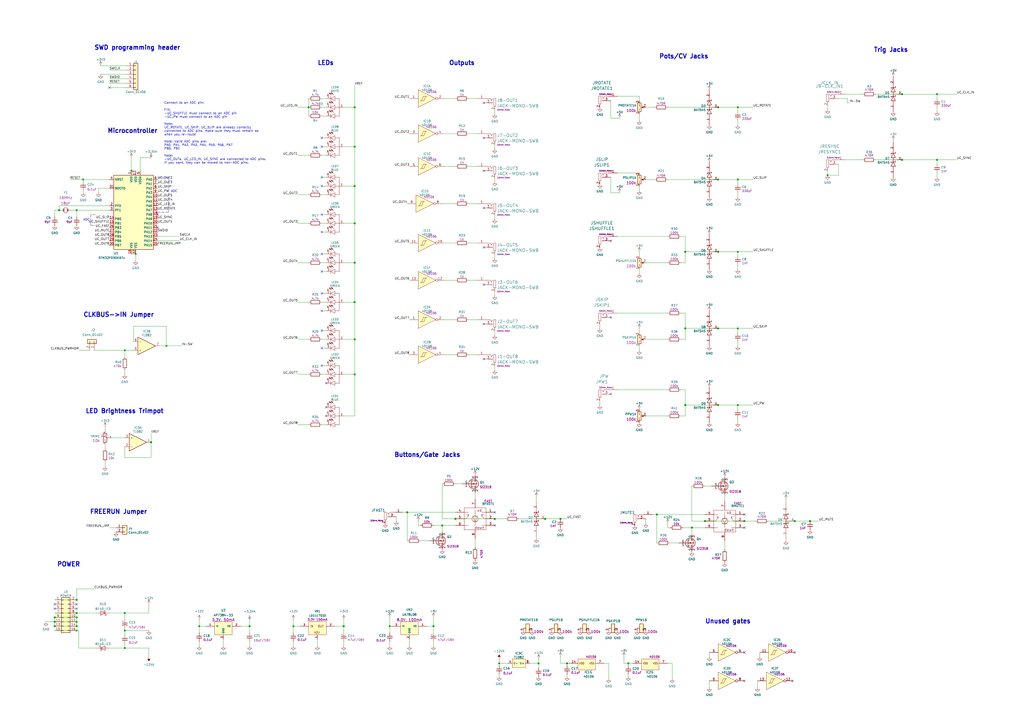
<source format=kicad_sch>
(kicad_sch (version 20211123) (generator eeschema)
  (paper "A2")
  (junction (at 170.18 363.22))
  (junction (at 76.2 99.06))
  (junction (at 96.52 200.66))
  (junction (at 461.01 302.26) (diameter 1.016))
  (junction (at 44.45 360.68) (diameter 1.016))
  (junction (at 416.56 62.23) (diameter 1.016))
  (junction (at 316.23 300.99) (diameter 1.016))
  (junction (at 469.9 302.26) (diameter 1.016))
  (junction (at 72.39 365.76))
  (junction (at 427.99 104.14))
  (junction (at 205.74 152.4) (diameter 1.016))
  (junction (at 179.07 62.23) (diameter 1.016))
  (junction (at 205.74 129.54) (diameter 1.016))
  (junction (at 543.56 54.61))
  (junction (at 205.74 107.95) (diameter 1.016))
  (junction (at 328.93 384.81) (diameter 1.016))
  (junction (at 312.42 384.81) (diameter 1.016))
  (junction (at 523.24 54.61) (diameter 1.016))
  (junction (at 72.39 203.2))
  (junction (at 205.74 217.17) (diameter 1.016))
  (junction (at 34.29 121.92) (diameter 1.016))
  (junction (at 199.39 363.22) (diameter 1.016))
  (junction (at 44.45 365.76))
  (junction (at 205.74 62.23) (diameter 1.016))
  (junction (at 397.51 190.5) (diameter 1.016))
  (junction (at 205.74 196.85) (diameter 1.016))
  (junction (at 427.99 62.23))
  (junction (at 289.56 384.81))
  (junction (at 416.56 146.05) (diameter 1.016))
  (junction (at 226.06 363.22))
  (junction (at 431.8 302.26) (diameter 1.016))
  (junction (at 264.16 300.99) (diameter 1.016))
  (junction (at 48.26 104.14))
  (junction (at 416.56 234.95) (diameter 1.016))
  (junction (at 287.02 300.99) (diameter 1.016))
  (junction (at 205.74 85.09) (diameter 1.016))
  (junction (at 31.75 363.22) (diameter 1.016))
  (junction (at 364.49 384.81) (diameter 1.016))
  (junction (at 72.39 375.92))
  (junction (at 31.75 358.14) (diameter 1.016))
  (junction (at 543.56 92.71))
  (junction (at 480.06 101.6))
  (junction (at 427.99 234.95))
  (junction (at 144.78 363.22) (diameter 1.016))
  (junction (at 381 298.45) (diameter 1.016))
  (junction (at 408.94 302.26) (diameter 1.016))
  (junction (at 44.45 355.6) (diameter 1.016))
  (junction (at 87.63 256.54) (diameter 1.016))
  (junction (at 78.74 147.32))
  (junction (at 416.56 104.14) (diameter 1.016))
  (junction (at 44.45 121.92))
  (junction (at 427.99 190.5))
  (junction (at 427.99 146.05))
  (junction (at 44.45 363.22) (diameter 1.016))
  (junction (at 31.75 360.68) (diameter 1.016))
  (junction (at 256.54 304.8) (diameter 1.016))
  (junction (at 44.45 358.14) (diameter 1.016))
  (junction (at 397.51 234.95) (diameter 1.016))
  (junction (at 72.39 355.6))
  (junction (at 325.12 300.99) (diameter 1.016))
  (junction (at 401.32 306.07) (diameter 1.016))
  (junction (at 416.56 190.5) (diameter 1.016))
  (junction (at 397.51 146.05) (diameter 1.016))
  (junction (at 251.46 363.22) (diameter 1.016))
  (junction (at 236.22 297.18) (diameter 1.016))
  (junction (at 523.24 92.71) (diameter 1.016))
  (junction (at 115.57 363.22))
  (junction (at 205.74 175.26) (diameter 1.016))
  (junction (at 44.45 347.98) (diameter 1.016))
  (no_connect (at 354.33 184.15))
  (no_connect (at 354.33 228.6))
  (no_connect (at 280.67 59.69))
  (no_connect (at 280.67 80.01))
  (no_connect (at 280.67 99.06))
  (no_connect (at 280.67 120.65))
  (no_connect (at 280.67 143.51))
  (no_connect (at 280.67 165.1))
  (no_connect (at 280.67 187.96))
  (no_connect (at 280.67 208.28))
  (no_connect (at 189.23 236.22))
  (no_connect (at 189.23 241.3))
  (no_connect (at 186.69 212.09))
  (no_connect (at 189.23 222.25))
  (no_connect (at 354.33 139.7))
  (no_connect (at 186.69 170.18))
  (no_connect (at 186.69 180.34))
  (no_connect (at 31.75 353.06))
  (no_connect (at 44.45 353.06))
  (no_connect (at 431.8 306.07))
  (no_connect (at 431.8 298.45))
  (no_connect (at 91.44 124.46))
  (no_connect (at 91.44 132.08))
  (no_connect (at 431.8 378.46))
  (no_connect (at 431.8 394.97))
  (no_connect (at 459.74 394.97))
  (no_connect (at 31.75 350.52))
  (no_connect (at 44.45 350.52))
  (no_connect (at 186.69 80.01))
  (no_connect (at 186.69 85.09))
  (no_connect (at 186.69 102.87))
  (no_connect (at 186.69 107.95))
  (no_connect (at 186.69 124.46))
  (no_connect (at 186.69 134.62))
  (no_connect (at 186.69 147.32))
  (no_connect (at 186.69 157.48))
  (no_connect (at 186.69 191.77))
  (no_connect (at 186.69 201.93))
  (no_connect (at 461.01 378.46))
  (no_connect (at 287.02 297.18))
  (no_connect (at 287.02 304.8))
  (no_connect (at 63.5 50.8))
  (wire (pts (xy 199.39 217.17) (xy 205.74 217.17)))
  (wire (pts (xy 205.74 175.26) (xy 205.74 196.85)))
  (wire (pts (xy 86.36 375.92) (xy 86.36 381)))
  (wire (pts (xy 397.51 234.95) (xy 416.56 234.95)))
  (wire (pts (xy 543.56 92.71) (xy 543.56 95.25)))
  (wire (pts (xy 87.63 251.46) (xy 87.63 256.54)))
  (wire (pts (xy 354.33 102.87) (xy 354.33 111.76)))
  (wire (pts (xy 251.46 372.11) (xy 251.46 374.65)))
  (wire (pts (xy 115.57 359.41) (xy 115.57 363.22)))
  (wire (pts (xy 289.56 391.16) (xy 289.56 392.43)))
  (wire (pts (xy 311.15 311.15) (xy 311.15 312.42)))
  (wire (pts (xy 139.7 363.22) (xy 144.78 363.22)))
  (wire (pts (xy 370.84 200.66) (xy 370.84 203.2)))
  (wire (pts (xy 271.78 57.15) (xy 276.86 57.15)))
  (wire (pts (xy 186.69 152.4) (xy 189.23 152.4)))
  (wire (pts (xy 186.69 212.09) (xy 189.23 212.09)))
  (wire (pts (xy 271.78 140.97) (xy 276.86 140.97)))
  (wire (pts (xy 416.56 234.95) (xy 427.99 234.95)))
  (wire (pts (xy 427.99 234.95) (xy 436.88 234.95)))
  (wire (pts (xy 78.74 147.32) (xy 78.74 151.13)))
  (wire (pts (xy 358.14 137.16) (xy 387.35 137.16)))
  (wire (pts (xy 307.34 384.81) (xy 312.42 384.81)))
  (wire (pts (xy 312.42 384.81) (xy 312.42 382.27)))
  (wire (pts (xy 427.99 111.76) (xy 427.99 114.3)))
  (wire (pts (xy 226.06 372.11) (xy 226.06 374.65)))
  (wire (pts (xy 389.89 384.81) (xy 389.89 393.7)))
  (wire (pts (xy 199.39 62.23) (xy 205.74 62.23)))
  (wire (pts (xy 205.74 49.53) (xy 205.74 62.23)))
  (wire (pts (xy 96.52 189.23) (xy 96.52 200.66)))
  (wire (pts (xy 350.52 384.81) (xy 353.06 384.81)))
  (wire (pts (xy 381 298.45) (xy 378.46 298.45)))
  (wire (pts (xy 72.39 203.2) (xy 72.39 207.01)))
  (wire (pts (xy 186.69 180.34) (xy 189.23 180.34)))
  (wire (pts (xy 287.02 124.46) (xy 287.02 127)))
  (wire (pts (xy 455.93 289.56) (xy 455.93 292.1)))
  (wire (pts (xy 271.78 77.47) (xy 276.86 77.47)))
  (wire (pts (xy 186.69 157.48) (xy 189.23 157.48)))
  (wire (pts (xy 328.93 391.16) (xy 328.93 392.43)))
  (wire (pts (xy 257.81 96.52) (xy 264.16 96.52)))
  (wire (pts (xy 358.14 55.88) (xy 370.84 55.88)))
  (wire (pts (xy 186.69 90.17) (xy 189.23 90.17)))
  (wire (pts (xy 370.84 107.95) (xy 370.84 110.49)))
  (wire (pts (xy 257.81 205.74) (xy 264.16 205.74)))
  (wire (pts (xy 427.99 69.85) (xy 427.99 72.39)))
  (wire (pts (xy 186.69 196.85) (xy 189.23 196.85)))
  (wire (pts (xy 271.78 205.74) (xy 276.86 205.74)))
  (wire (pts (xy 287.02 212.09) (xy 287.02 214.63)))
  (wire (pts (xy 325.12 381) (xy 325.12 384.81)))
  (wire (pts (xy 325.12 384.81) (xy 328.93 384.81)))
  (wire (pts (xy 328.93 384.81) (xy 330.2 384.81)))
  (wire (pts (xy 287.02 147.32) (xy 287.02 149.86)))
  (wire (pts (xy 91.44 137.16) (xy 104.14 137.16)))
  (wire (pts (xy 387.35 62.23) (xy 416.56 62.23)))
  (wire (pts (xy 416.56 62.23) (xy 427.99 62.23)))
  (wire (pts (xy 427.99 62.23) (xy 436.88 62.23)))
  (wire (pts (xy 186.69 107.95) (xy 189.23 107.95)))
  (wire (pts (xy 408.94 302.26) (xy 401.32 302.26)))
  (wire (pts (xy 199.39 363.22) (xy 199.39 367.03)))
  (wire (pts (xy 72.39 214.63) (xy 72.39 217.17)))
  (wire (pts (xy 144.78 363.22) (xy 144.78 367.03)))
  (wire (pts (xy 325.12 300.99) (xy 316.23 300.99)))
  (wire (pts (xy 236.22 297.18) (xy 233.68 297.18)))
  (wire (pts (xy 264.16 297.18) (xy 236.22 297.18)))
  (wire (pts (xy 91.44 139.7) (xy 104.14 139.7)))
  (wire (pts (xy 186.69 80.01) (xy 189.23 80.01)))
  (wire (pts (xy 256.54 300.99) (xy 256.54 280.67)))
  (wire (pts (xy 264.16 300.99) (xy 256.54 300.99)))
  (wire (pts (xy 44.45 358.14) (xy 44.45 360.68)))
  (wire (pts (xy 186.69 201.93) (xy 189.23 201.93)))
  (wire (pts (xy 115.57 363.22) (xy 115.57 367.03)))
  (wire (pts (xy 34.29 119.38) (xy 34.29 121.92)))
  (wire (pts (xy 31.75 355.6) (xy 44.45 355.6)))
  (wire (pts (xy 397.51 181.61) (xy 394.97 181.61)))
  (wire (pts (xy 480.06 99.06) (xy 480.06 101.6)))
  (wire (pts (xy 186.69 175.26) (xy 189.23 175.26)))
  (wire (pts (xy 264.16 300.99) (xy 287.02 300.99)))
  (wire (pts (xy 257.81 185.42) (xy 264.16 185.42)))
  (wire (pts (xy 248.92 313.69) (xy 243.84 313.69)))
  (wire (pts (xy 44.45 360.68) (xy 44.45 363.22)))
  (wire (pts (xy 186.69 85.09) (xy 189.23 85.09)))
  (wire (pts (xy 408.94 302.26) (xy 431.8 302.26)))
  (wire (pts (xy 358.14 100.33) (xy 370.84 100.33)))
  (wire (pts (xy 370.84 190.5) (xy 370.84 193.04)))
  (wire (pts (xy 490.22 54.61) (xy 500.38 54.61)))
  (wire (pts (xy 490.22 92.71) (xy 500.38 92.71)))
  (wire (pts (xy 543.56 100.33) (xy 543.56 102.87)))
  (wire (pts (xy 397.51 146.05) (xy 416.56 146.05)))
  (wire (pts (xy 172.72 152.4) (xy 179.07 152.4)))
  (polyline (pts (xy 91.44 102.87) (xy 97.79 102.87)))
  (polyline (pts (xy 91.44 123.19) (xy 97.79 123.19)))
  (polyline (pts (xy 97.79 102.87) (xy 97.79 123.19)))
  (wire (pts (xy 226.06 363.22) (xy 226.06 358.14)))
  (wire (pts (xy 227.33 363.22) (xy 226.06 363.22)))
  (wire (pts (xy 311.15 288.29) (xy 311.15 290.83)))
  (wire (pts (xy 170.18 372.11) (xy 170.18 374.65)))
  (wire (pts (xy 347.98 232.41) (xy 347.98 234.95)))
  (wire (pts (xy 328.93 384.81) (xy 328.93 386.08)))
  (wire (pts (xy 486.41 57.15) (xy 491.49 57.15)))
  (wire (pts (xy 491.49 57.15) (xy 491.49 59.69)))
  (wire (pts (xy 491.49 59.69) (xy 492.76 59.69)))
  (wire (pts (xy 199.39 359.41) (xy 199.39 363.22)))
  (wire (pts (xy 427.99 190.5) (xy 427.99 193.04)))
  (wire (pts (xy 199.39 107.95) (xy 205.74 107.95)))
  (wire (pts (xy 205.74 107.95) (xy 205.74 85.09)))
  (wire (pts (xy 257.81 162.56) (xy 264.16 162.56)))
  (wire (pts (xy 393.7 314.96) (xy 388.62 314.96)))
  (wire (pts (xy 420.37 287.02) (xy 420.37 290.83)))
  (wire (pts (xy 275.59 285.75) (xy 275.59 289.56)))
  (wire (pts (xy 72.39 355.6) (xy 72.39 359.41)))
  (wire (pts (xy 76.2 99.06) (xy 78.74 99.06)))
  (wire (pts (xy 411.48 394.97) (xy 411.48 398.78)))
  (wire (pts (xy 508 92.71) (xy 523.24 92.71)))
  (wire (pts (xy 81.28 91.44) (xy 81.28 99.06)))
  (wire (pts (xy 394.97 196.85) (xy 397.51 196.85)))
  (wire (pts (xy 401.32 306.07) (xy 401.32 309.88)))
  (wire (pts (xy 353.06 384.81) (xy 353.06 393.7)))
  (wire (pts (xy 58.42 38.1) (xy 73.66 38.1)))
  (wire (pts (xy 31.75 363.22) (xy 44.45 363.22)))
  (wire (pts (xy 257.81 57.15) (xy 264.16 57.15)))
  (wire (pts (xy 58.42 43.18) (xy 73.66 43.18)))
  (wire (pts (xy 115.57 372.11) (xy 115.57 374.65)))
  (wire (pts (xy 31.75 358.14) (xy 44.45 358.14)))
  (wire (pts (xy 57.15 109.22) (xy 57.15 111.76)))
  (wire (pts (xy 63.5 109.22) (xy 57.15 109.22)))
  (wire (pts (xy 63.5 48.26) (xy 73.66 48.26)))
  (wire (pts (xy 236.22 297.18) (xy 236.22 313.69)))
  (wire (pts (xy 401.32 302.26) (xy 401.32 281.94)))
  (wire (pts (xy 81.28 91.44) (xy 87.63 91.44)))
  (wire (pts (xy 387.35 303.53) (xy 387.35 306.07)))
  (wire (pts (xy 427.99 146.05) (xy 427.99 148.59)))
  (wire (pts (xy 199.39 175.26) (xy 205.74 175.26)))
  (wire (pts (xy 205.74 175.26) (xy 205.74 152.4)))
  (wire (pts (xy 64.77 254) (xy 72.39 254)))
  (wire (pts (xy 408.94 298.45) (xy 381 298.45)))
  (wire (pts (xy 312.42 384.81) (xy 312.42 387.35)))
  (wire (pts (xy 237.49 370.84) (xy 237.49 374.65)))
  (wire (pts (xy 411.48 381) (xy 411.48 378.46)))
  (wire (pts (xy 72.39 259.08) (xy 72.39 265.43)))
  (wire (pts (xy 72.39 265.43) (xy 87.63 265.43)))
  (wire (pts (xy 87.63 265.43) (xy 87.63 256.54)))
  (wire (pts (xy 63.5 355.6) (xy 72.39 355.6)))
  (wire (pts (xy 72.39 355.6) (xy 86.36 355.6)))
  (wire (pts (xy 186.69 246.38) (xy 189.23 246.38)))
  (wire (pts (xy 54.61 203.2) (xy 72.39 203.2)))
  (wire (pts (xy 77.47 203.2) (xy 72.39 203.2)))
  (wire (pts (xy 374.65 104.14) (xy 379.73 104.14)))
  (wire (pts (xy 186.69 191.77) (xy 189.23 191.77)))
  (wire (pts (xy 328.93 300.99) (xy 325.12 300.99)))
  (wire (pts (xy 199.39 241.3) (xy 205.74 241.3)))
  (wire (pts (xy 205.74 196.85) (xy 205.74 217.17)))
  (wire (pts (xy 205.74 217.17) (xy 205.74 241.3)))
  (wire (pts (xy 271.78 185.42) (xy 276.86 185.42)))
  (wire (pts (xy 44.45 121.92) (xy 40.64 121.92)))
  (wire (pts (xy 172.72 90.17) (xy 179.07 90.17)))
  (wire (pts (xy 63.5 50.8) (xy 73.66 50.8)))
  (wire (pts (xy 72.39 373.38) (xy 72.39 375.92)))
  (wire (pts (xy 44.45 121.92) (xy 44.45 125.73)))
  (wire (pts (xy 397.51 196.85) (xy 397.51 190.5)))
  (wire (pts (xy 77.47 189.23) (xy 77.47 198.12)))
  (wire (pts (xy 92.71 200.66) (xy 96.52 200.66)))
  (wire (pts (xy 96.52 189.23) (xy 77.47 189.23)))
  (wire (pts (xy 287.02 63.5) (xy 287.02 66.04)))
  (wire (pts (xy 287.02 83.82) (xy 287.02 86.36)))
  (wire (pts (xy 440.69 378.46) (xy 440.69 381)))
  (wire (pts (xy 289.56 382.27) (xy 289.56 384.81)))
  (wire (pts (xy 374.65 300.99) (xy 374.65 303.53)))
  (wire (pts (xy 289.56 384.81) (xy 294.64 384.81)))
  (wire (pts (xy 60.96 257.81) (xy 60.96 260.35)))
  (wire (pts (xy 387.35 104.14) (xy 416.56 104.14)))
  (wire (pts (xy 416.56 104.14) (xy 427.99 104.14)))
  (wire (pts (xy 427.99 104.14) (xy 436.88 104.14)))
  (wire (pts (xy 271.78 96.52) (xy 276.86 96.52)))
  (wire (pts (xy 474.98 302.26) (xy 469.9 302.26)))
  (wire (pts (xy 275.59 312.42) (xy 275.59 317.5)))
  (wire (pts (xy 186.69 134.62) (xy 189.23 134.62)))
  (wire (pts (xy 416.56 190.5) (xy 427.99 190.5)))
  (wire (pts (xy 427.99 190.5) (xy 436.88 190.5)))
  (wire (pts (xy 31.75 358.14) (xy 31.75 360.68)))
  (polyline (pts (xy 52.705 124.46) (xy 52.705 130.81)))
  (polyline (pts (xy 52.705 130.81) (xy 55.245 130.81)))
  (polyline (pts (xy 55.245 124.46) (xy 52.705 124.46)))
  (wire (pts (xy 199.39 85.09) (xy 205.74 85.09)))
  (wire (pts (xy 205.74 85.09) (xy 205.74 62.23)))
  (wire (pts (xy 172.72 62.23) (xy 179.07 62.23)))
  (wire (pts (xy 186.69 124.46) (xy 189.23 124.46)))
  (wire (pts (xy 44.45 365.76) (xy 45.72 365.76)))
  (wire (pts (xy 45.72 365.76) (xy 45.72 375.92)))
  (wire (pts (xy 45.72 375.92) (xy 55.88 375.92)))
  (wire (pts (xy 271.78 162.56) (xy 276.86 162.56)))
  (wire (pts (xy 387.35 384.81) (xy 389.89 384.81)))
  (wire (pts (xy 394.97 152.4) (xy 397.51 152.4)))
  (wire (pts (xy 397.51 137.16) (xy 394.97 137.16)))
  (wire (pts (xy 397.51 146.05) (xy 397.51 137.16)))
  (wire (pts (xy 397.51 152.4) (xy 397.51 146.05)))
  (wire (pts (xy 172.72 175.26) (xy 179.07 175.26)))
  (wire (pts (xy 543.56 62.23) (xy 543.56 64.77)))
  (wire (pts (xy 438.15 302.26) (xy 431.8 302.26)))
  (wire (pts (xy 387.35 306.07) (xy 388.62 306.07)))
  (wire (pts (xy 226.06 363.22) (xy 226.06 367.03)))
  (wire (pts (xy 370.84 55.88) (xy 370.84 58.42)))
  (wire (pts (xy 364.49 384.81) (xy 364.49 386.08)))
  (wire (pts (xy 427.99 242.57) (xy 427.99 245.11)))
  (wire (pts (xy 347.98 187.96) (xy 347.98 190.5)))
  (wire (pts (xy 172.72 196.85) (xy 179.07 196.85)))
  (wire (pts (xy 34.29 119.38) (xy 63.5 119.38)))
  (wire (pts (xy 420.37 313.69) (xy 420.37 318.77)))
  (wire (pts (xy 186.69 147.32) (xy 189.23 147.32)))
  (wire (pts (xy 427.99 234.95) (xy 427.99 237.49)))
  (wire (pts (xy 257.81 77.47) (xy 264.16 77.47)))
  (wire (pts (xy 256.54 118.11) (xy 264.16 118.11)))
  (wire (pts (xy 96.52 200.66) (xy 105.41 200.66)))
  (wire (pts (xy 31.75 121.92) (xy 31.75 125.73)))
  (wire (pts (xy 34.29 121.92) (xy 31.75 121.92)))
  (wire (pts (xy 35.56 121.92) (xy 34.29 121.92)))
  (wire (pts (xy 401.32 306.07) (xy 396.24 306.07)))
  (wire (pts (xy 31.75 365.76) (xy 44.45 365.76)))
  (wire (pts (xy 44.45 355.6) (xy 55.88 355.6)))
  (wire (pts (xy 172.72 113.03) (xy 179.07 113.03)))
  (wire (pts (xy 72.39 365.76) (xy 86.36 365.76)))
  (wire (pts (xy 427.99 62.23) (xy 427.99 64.77)))
  (wire (pts (xy 358.14 181.61) (xy 387.35 181.61)))
  (wire (pts (xy 251.46 358.14) (xy 251.46 363.22)))
  (wire (pts (xy 251.46 363.22) (xy 251.46 367.03)))
  (wire (pts (xy 186.69 113.03) (xy 189.23 113.03)))
  (wire (pts (xy 364.49 391.16) (xy 364.49 392.43)))
  (wire (pts (xy 86.36 350.52) (xy 86.36 355.6)))
  (wire (pts (xy 60.96 267.97) (xy 60.96 270.51)))
  (wire (pts (xy 63.5 40.64) (xy 73.66 40.64)))
  (wire (pts (xy 358.14 226.06) (xy 387.35 226.06)))
  (wire (pts (xy 486.41 101.6) (xy 480.06 101.6)))
  (wire (pts (xy 60.96 247.65) (xy 60.96 250.19)))
  (wire (pts (xy 374.65 241.3) (xy 387.35 241.3)))
  (wire (pts (xy 172.72 129.54) (xy 179.07 129.54)))
  (wire (pts (xy 397.51 241.3) (xy 397.51 234.95)))
  (wire (pts (xy 76.2 91.44) (xy 76.2 99.06)))
  (wire (pts (xy 194.31 363.22) (xy 199.39 363.22)))
  (wire (pts (xy 129.54 370.84) (xy 129.54 374.65)))
  (wire (pts (xy 247.65 363.22) (xy 251.46 363.22)))
  (wire (pts (xy 480.06 60.96) (xy 480.06 63.5)))
  (wire (pts (xy 199.39 129.54) (xy 205.74 129.54)))
  (wire (pts (xy 205.74 129.54) (xy 205.74 107.95)))
  (wire (pts (xy 31.75 360.68) (xy 31.75 363.22)))
  (wire (pts (xy 170.18 363.22) (xy 170.18 367.03)))
  (wire (pts (xy 186.69 217.17) (xy 189.23 217.17)))
  (wire (pts (xy 115.57 363.22) (xy 119.38 363.22)))
  (wire (pts (xy 172.72 246.38) (xy 179.07 246.38)))
  (wire (pts (xy 427.99 153.67) (xy 427.99 156.21)))
  (wire (pts (xy 370.84 156.21) (xy 370.84 158.75)))
  (wire (pts (xy 256.54 304.8) (xy 251.46 304.8)))
  (wire (pts (xy 44.45 341.63) (xy 44.45 347.98)))
  (wire (pts (xy 361.95 381) (xy 361.95 384.81)))
  (wire (pts (xy 361.95 384.81) (xy 364.49 384.81)))
  (wire (pts (xy 364.49 384.81) (xy 367.03 384.81)))
  (wire (pts (xy 186.69 102.87) (xy 189.23 102.87)))
  (wire (pts (xy 179.07 57.15) (xy 179.07 62.23)))
  (wire (pts (xy 397.51 234.95) (xy 397.51 226.06)))
  (wire (pts (xy 63.5 45.72) (xy 73.66 45.72)))
  (wire (pts (xy 370.84 146.05) (xy 370.84 148.59)))
  (wire (pts (xy 186.69 62.23) (xy 189.23 62.23)))
  (wire (pts (xy 374.65 152.4) (xy 387.35 152.4)))
  (wire (pts (xy 186.69 57.15) (xy 189.23 57.15)))
  (wire (pts (xy 48.26 110.49) (xy 48.26 111.76)))
  (wire (pts (xy 412.75 281.94) (xy 408.94 281.94)))
  (wire (pts (xy 374.65 196.85) (xy 387.35 196.85)))
  (wire (pts (xy 381 298.45) (xy 381 314.96)))
  (wire (pts (xy 199.39 196.85) (xy 205.74 196.85)))
  (wire (pts (xy 461.01 302.26) (xy 445.77 302.26)))
  (wire (pts (xy 267.97 280.67) (xy 264.16 280.67)))
  (wire (pts (xy 257.81 140.97) (xy 264.16 140.97)))
  (wire (pts (xy 427.99 198.12) (xy 427.99 200.66)))
  (wire (pts (xy 439.42 394.97) (xy 439.42 398.78)))
  (wire (pts (xy 76.2 147.32) (xy 78.74 147.32)))
  (wire (pts (xy 72.39 364.49) (xy 72.39 365.76)))
  (wire (pts (xy 72.39 365.76) (xy 72.39 368.3)))
  (wire (pts (xy 199.39 372.11) (xy 199.39 374.65)))
  (wire (pts (xy 543.56 54.61) (xy 543.56 57.15)))
  (wire (pts (xy 186.69 170.18) (xy 189.23 170.18)))
  (wire (pts (xy 48.26 104.14) (xy 48.26 105.41)))
  (wire (pts (xy 397.51 190.5) (xy 416.56 190.5)))
  (wire (pts (xy 354.33 111.76) (xy 359.41 111.76)))
  (wire (pts (xy 256.54 304.8) (xy 256.54 308.61)))
  (wire (pts (xy 264.16 304.8) (xy 256.54 304.8)))
  (wire (pts (xy 179.07 62.23) (xy 179.07 67.31)))
  (wire (pts (xy 518.16 81.28) (xy 518.16 82.55)))
  (wire (pts (xy 186.69 129.54) (xy 189.23 129.54)))
  (wire (pts (xy 31.75 347.98) (xy 44.45 347.98)))
  (wire (pts (xy 44.45 341.63) (xy 54.61 341.63)))
  (wire (pts (xy 31.75 360.68) (xy 44.45 360.68)))
  (wire (pts (xy 408.94 306.07) (xy 401.32 306.07)))
  (wire (pts (xy 354.33 58.42) (xy 354.33 68.58)))
  (wire (pts (xy 354.33 68.58) (xy 359.41 68.58)))
  (wire (pts (xy 242.57 302.26) (xy 242.57 304.8)))
  (wire (pts (xy 242.57 304.8) (xy 243.84 304.8)))
  (wire (pts (xy 289.56 384.81) (xy 289.56 386.08)))
  (wire (pts (xy 287.02 102.87) (xy 287.02 105.41)))
  (wire (pts (xy 394.97 241.3) (xy 397.51 241.3)))
  (wire (pts (xy 271.78 118.11) (xy 276.86 118.11)))
  (wire (pts (xy 523.24 54.61) (xy 543.56 54.61)))
  (wire (pts (xy 543.56 54.61) (xy 554.99 54.61)))
  (wire (pts (xy 26.67 360.68) (xy 31.75 360.68)))
  (wire (pts (xy 287.02 168.91) (xy 287.02 171.45)))
  (wire (pts (xy 63.5 306.07) (xy 67.31 306.07)))
  (wire (pts (xy 523.24 92.71) (xy 543.56 92.71)))
  (wire (pts (xy 543.56 92.71) (xy 554.99 92.71)))
  (wire (pts (xy 186.69 67.31) (xy 189.23 67.31)))
  (wire (pts (xy 144.78 359.41) (xy 144.78 363.22)))
  (wire (pts (xy 63.5 375.92) (xy 72.39 375.92)))
  (wire (pts (xy 72.39 375.92) (xy 86.36 375.92)))
  (wire (pts (xy 469.9 302.26) (xy 461.01 302.26)))
  (wire (pts (xy 144.78 372.11) (xy 144.78 374.65)))
  (wire (pts (xy 45.72 203.2) (xy 52.07 203.2)))
  (wire (pts (xy 370.84 66.04) (xy 370.84 69.85)))
  (wire (pts (xy 229.87 299.72) (xy 229.87 302.26)))
  (wire (pts (xy 287.02 191.77) (xy 287.02 194.31)))
  (wire (pts (xy 427.99 104.14) (xy 427.99 106.68)))
  (wire (pts (xy 170.18 359.41) (xy 170.18 363.22)))
  (wire (pts (xy 170.18 363.22) (xy 173.99 363.22)))
  (wire (pts (xy 374.65 62.23) (xy 379.73 62.23)))
  (wire (pts (xy 455.93 312.42) (xy 455.93 313.69)))
  (wire (pts (xy 199.39 152.4) (xy 205.74 152.4)))
  (wire (pts (xy 205.74 152.4) (xy 205.74 129.54)))
  (wire (pts (xy 293.37 300.99) (xy 287.02 300.99)))
  (wire (pts (xy 44.45 121.92) (xy 63.5 121.92)))
  (wire (pts (xy 486.41 95.25) (xy 486.41 101.6)))
  (wire (pts (xy 416.56 146.05) (xy 427.99 146.05)))
  (wire (pts (xy 427.99 146.05) (xy 436.88 146.05)))
  (wire (pts (xy 397.51 226.06) (xy 394.97 226.06)))
  (wire (pts (xy 184.15 370.84) (xy 184.15 374.65)))
  (wire (pts (xy 172.72 217.17) (xy 179.07 217.17)))
  (wire (pts (xy 40.64 104.14) (xy 48.26 104.14)))
  (wire (pts (xy 48.26 104.14) (xy 63.5 104.14)))
  (wire (pts (xy 316.23 300.99) (xy 300.99 300.99)))
  (wire (pts (xy 397.51 190.5) (xy 397.51 181.61)))
  (wire (pts (xy 508 54.61) (xy 523.24 54.61)))
  (text "CLKBUS->IN Jumper" (at 48.26 184.15 0) (effects (font (size 2.54 2.54) (thickness 0.508) bold) (justify left bottom)))
  (text "LEDs" (at 184.15 38.1 0) (effects (font (size 2.54 2.54) (thickness 0.508) bold) (justify left bottom)))
  (text "ADC" (at 99.06 111.76 0) (effects (font (size 1.27 1.27)) (justify left bottom)))
  (text "Outputs" (at 260.35 38.1 0) (effects (font (size 2.54 2.54) (thickness 0.508) bold) (justify left bottom)))
  (text "SWD programming header" (at 54.61 29.21 0) (effects (font (size 2.54 2.54) (thickness 0.508) bold) (justify left bottom)))
  (text "LED Brightness Trimpot" (at 49.53 240.03 0) (effects (font (size 2.54 2.54) (thickness 0.508) bold) (justify left bottom)))
  (text "ADC" (at 48.26 128.27 0) (effects (font (size 1.27 1.27)) (justify left bottom)))
  (text "FREERUN Jumper" (at 52.07 298.45 0) (effects (font (size 2.54 2.54) (thickness 0.508) bold) (justify left bottom)))
  (text "Pots/CV Jacks" (at 382.27 34.29 0) (effects (font (size 2.54 2.54) (thickness 0.508) bold) (justify left bottom)))
  (text "Buttons/Gate Jacks" (at 228.6 265.43 0) (effects (font (size 2.54 2.54) (thickness 0.508) bold) (justify left bottom)))
  (text "Unused gates" (at 408.94 361.95 0) (effects (font (size 2.54 2.54) (thickness 0.508) bold) (justify left bottom)))
  (text "Microcontroller" (at 62.23 77.47 0) (effects (font (size 2.54 2.54) (thickness 0.508) bold) (justify left bottom)))
  (text "Trig Jacks" (at 506.73 30.48 0) (effects (font (size 2.54 2.54) (thickness 0.508) bold) (justify left bottom)))
  (text "Connect to an ADC pin:\n\nFIX: \n-UC_SHUFFLE must connect to an ADC pin\n-UC_PW must connect to an ADC pin\n\nNote:\nUC_ROTATE, UC_SKIP, UC_SLIP are already correctly\nconnected to ADC pins, make sure they must remain so \nwhen you re-route\n\nNote: Valid ADC pins are:\nPA0, PA1, PA2, PA3, PA4, PA5, PA6, PA7\nPB0, PB1\n\nNote:\n-UC_OUTs, UC_LED_IN, UC_SYNC are connected to ADC pins.\nIf you want, they can be moved to non-ADC pins." (at 95.25 95.25 0) (effects (font (size 1.27 1.27)) (justify left bottom)))
  (text "POWER" (at 33.02 328.93 0) (effects (font (size 2.54 2.54) (thickness 0.508) bold) (justify left bottom)))
  (label "UC_ROTATE" (at 91.44 121.92 0))
  (label "UC_SHUFFLE" (at 63.5 129.54 180))
  (label "UC_OUT4" (at 91.44 116.84 0))
  (label "UC_SLIP" (at 63.5 127 180))
  (label "UC_SKIP" (at 91.44 109.22 0))
  (label "CLKBUS_PWRHDR" (at 54.61 341.63 0))
  (label "UC_OUT1" (at 237.49 57.15 180))
  (label "SWDIO" (at 63.5 45.72 0))
  (label "UC_OUT3" (at 91.44 106.68 0))
  (label "UC_OUT6" (at 63.5 142.24 180))
  (label "UC_OUT8" (at 172.72 246.38 180))
  (label "UC_OUT4" (at 236.22 118.11 180))
  (label "UC_CLK_IN" (at 104.14 139.7 0))
  (label "IN-SW" (at 492.76 59.69 0))
  (label "FREERUN_JMP" (at 91.44 142.24 0))
  (label "UC_FAST" (at 328.93 300.99 0))
  (label "UC_SKIP" (at 436.88 190.5 0))
  (label "UC_SYNC" (at 554.99 92.71 0))
  (label "UC_OUT5" (at 91.44 114.3 0))
  (label "UC_OUT2" (at 172.72 113.03 180))
  (label "RESET" (at 63.5 48.26 0))
  (label "RESET" (at 40.64 104.14 0))
  (label "UC_PW" (at 91.44 111.76 0))
  (label "UC_OUT1" (at 172.72 90.17 180))
  (label "UC_CLK_IN" (at 554.99 54.61 0))
  (label "UC_OUT8" (at 63.5 137.16 180))
  (label "UC_MUTE" (at 63.5 134.62 180))
  (label "VREF" (at 205.74 49.53 0))
  (label "UC_FAST" (at 63.5 132.08 180))
  (label "UC_OUT6" (at 237.49 162.56 180))
  (label "UC_OUT5" (at 172.72 175.26 180))
  (label "VREF" (at 87.63 251.46 0))
  (label "FREERUN_JMP" (at 63.5 306.07 180))
  (label "UC_OUT6" (at 172.72 196.85 180))
  (label "UC_OUT3" (at 237.49 96.52 180))
  (label "UC_OUT7" (at 172.72 217.17 180))
  (label "UC_SLIP" (at 436.88 104.14 0))
  (label "UC_SYNC" (at 91.44 127 0))
  (label "IN-SW" (at 105.41 200.66 0))
  (label "UC_OUT2" (at 91.44 104.14 0))
  (label "SWCLK" (at 104.14 137.16 0))
  (label "UC_SHUFFLE" (at 436.88 146.05 0))
  (label "UC_OUT7" (at 237.49 185.42 180))
  (label "UC_OUT4" (at 172.72 152.4 180))
  (label "UC_OUT8" (at 237.49 205.74 180))
  (label "UC_OUT2" (at 237.49 77.47 180))
  (label "UC_ROTATE" (at 436.88 62.23 0))
  (label "UC_MUTE" (at 474.98 302.26 0))
  (label "UC_OUT3" (at 172.72 129.54 180))
  (label "CLKBUS_PWRHDR" (at 45.72 203.2 180))
  (label "UC_OUT5" (at 237.49 140.97 180))
  (label "UC_PW" (at 436.88 234.95 0))
  (label "SWDIO" (at 91.44 134.62 0))
  (label "SWCLK" (at 63.5 40.64 0))
  (label "UC_OUT1" (at 91.44 129.54 0))
  (label "UC_LED_IN" (at 91.44 119.38 0))
  (label "UC_LED_IN" (at 172.72 62.23 180))
  (label "UC_OUT7" (at 63.5 139.7 180))
  (symbol (lib_id "4ms_Diode:BAT54S") (at 411.48 234.95 90) (unit 1)
    (property "Reference" "D9" (at 409.4479 234.1891 90) (effects (justify left)))
    (property "Value" "BAT54S" (at 409.4479 236.4878 90) (effects (justify left)))
    (property "Footprint" "4ms_Package_SOT:SOT23-3_PO132" (effects hide))
    (property "Specifications" "Dual schottky diode BAT54S" (effects hide))
    (property "Manufacturer" "Diodes Incorporated" (effects hide))
    (property "Part Number" "BAT54S-7-F" (effects hide))
    (property "JLCPCB ID" "C83574" (effects hide))
  )
  (symbol (lib_id "4ms_Power_Symbol:+3.3V") (at 76.2 91.44 0) (unit 1)
    (property "Reference" "#PWR0136" (effects hide))
    (property "Value" "+3.3V" (at 76.2 87.8355 0))
  )
  (symbol (lib_id "4ms_Jack:3.5mm_Mono_Switched_SymSmall_0.05") (at 284.48 99.06 0) (mirror y) (unit 1)
    (property "Reference" "J6-OUT3" (at 288.2901 97.6294 0) (effects (font (size 1.778 1.778)) (justify right)))
    (property "Value" "JACK-MONO-SWB" (at 288.2901 100.746 0) (effects (font (size 1.778 1.778)) (justify right)))
    (property "Footprint" "4ms_Jack:EighthInch_PJ398SM" (effects hide))
    (property "Specifications" "Audio 3.5mm Jack, mono, switched, PC-pin Vertical" (effects hide))
    (property "Manufacturer" "Wenzhou QingPu Electronics Co" (effects hide))
    (property "Part Number" "WQP-WQP518MA" (effects hide))
    (property "Display" "3.5mm_Mono" (at 288.2901 103.0447 0) (effects (font (size 0.762 0.762) bold italic) (justify right)))
  )
  (symbol (lib_id "4ms_Power_Symbol:+5V") (at 411.48 52.07 0) (unit 1)
    (property "Reference" "#PWR0199" (effects hide))
    (property "Value" "+5V" (at 411.48 48.5226 0))
  )
  (symbol (lib_id "4ms_Power_Symbol:+5V") (at 455.93 289.56 0) (mirror y) (unit 1)
    (property "Reference" "#PWR0205" (effects hide))
    (property "Value" "+5V" (at 455.93 286.0126 0))
  )
  (symbol (lib_id "power:+8V") (at 251.46 358.14 0) (unit 1)
    (property "Reference" "#PWR0215" (effects hide))
    (property "Value" "+8V" (at 251.46 354.5355 0))
  )
  (symbol (lib_id "4ms_Power_Symbol:GND") (at 411.48 398.78 0) (unit 1)
    (property "Reference" "#PWR0128" (effects hide))
    (property "Value" "GND" (at 411.48 403.1044 0))
  )
  (symbol (lib_id "4ms_Capacitor:330pF_0603_35V") (at 427.99 67.31 0) (unit 1)
    (property "Reference" "C3" (at 430.3142 66.5491 0) (effects (justify left)))
    (property "Value" "330pF_0603_35V" (effects hide))
    (property "Footprint" "4ms_Capacitor:C_0603" (effects hide))
    (property "Specifications" "330pF, Min 35V, C0G/NP0, 5%" (effects hide))
    (property "Manufacturer" "Kemet" (effects hide))
    (property "Part Number" "C0603C331J5GACTU" (effects hide))
    (property "Display" "330pF" (at 430.3142 68.8478 0) (effects (justify left)))
    (property "JLCPCB ID" "C1664" (effects hide))
  )
  (symbol (lib_id "4ms_Capacitor:0.1uF_0603_16V") (at 289.56 388.62 0) (mirror y) (unit 1)
    (property "Reference" "C16" (at 291.8841 387.7115 0) (effects (justify right)))
    (property "Value" "0.1uF_0603_16V" (effects hide))
    (property "Footprint" "4ms_Capacitor:C_0603" (effects hide))
    (property "Specifications" "0.1uF, Min. 16V 10%, X7R or X5R or similar" (effects hide))
    (property "Manufacturer" "AVX Corporation" (effects hide))
    (property "Part Number" "0603YC104KAT2A" (effects hide))
    (property "Display" "0.1uF" (at 291.8841 390.4866 0) (effects (justify right)))
    (property "JLCPCB ID" "C14663" (effects hide))
  )
  (symbol (lib_id "4ms_Power_Symbol:GND") (at 411.48 114.3 0) (unit 1)
    (property "Reference" "#PWR0166" (effects hide))
    (property "Value" "GND" (at 411.48 118.6244 0))
  )
  (symbol (lib_id "4ms_IC:CD40106BPWR") (at 377.19 384.81 0) (unit 7)
    (property "Reference" "IC2" (at 376.8132 389.89 0))
    (property "Value" "40106" (at 378.3245 392.43 0))
    (property "Footprint" "4ms_Package_SSOP:TSSOP-14_4.4x5mm_P0.65mm" (effects hide))
    (property "Datasheet" "https://www.ti.com/lit/ds/symlink/cd40106b.pdf?HQS=dis-mous-null-mousermode-dsf-pf-null-wwe&ts=1624570529286&ref_url=https%253A%252F%252Fwww.mouser.com%252F" (effects hide))
    (property "Specifications" "CMOS, Hex Inverting Schmitt Trigger, TSSOP-14" (effects hide))
    (property "Manufacturer" "Texas Instruments" (effects hide))
    (property "Part Number" "CD40106BPWR" (effects hide))
    (property "Manufacturer 2" "Texas Instruments" (effects hide))
    (property "Part Number 2" "CD40106BPWR" (effects hide))
    (property "Display" "40106" (at 379.73 381 0))
    (property "JLCPCB ID" "C58834" (effects hide))
  )
  (symbol (lib_id "4ms_Power_Symbol:GND") (at 543.56 102.87 0) (unit 1)
    (property "Reference" "#PWR0105" (effects hide))
    (property "Value" "GND" (at 543.56 107.1944 0))
  )
  (symbol (lib_id "4ms_Capacitor:1nF_0603_50V") (at 427.99 195.58 0) (unit 1)
    (property "Reference" "C10" (at 430.3142 194.8191 0) (effects (justify left)))
    (property "Value" "1nF_0603_50V" (effects hide))
    (property "Footprint" "4ms_Capacitor:C_0603" (effects hide))
    (property "Specifications" "1nF, 50V, 10%, C0G (NP0) or similar" (effects hide))
    (property "Manufacturer" "Murata" (effects hide))
    (property "Part Number" "GRM1885C1H102JA01D" (effects hide))
    (property "Display" "1nF" (at 430.3142 197.1178 0) (effects (justify left)))
    (property "JLCPCB ID" "C163508" (effects hide))
  )
  (symbol (lib_id "4ms_IC:CD40106BPWR") (at 450.85 378.46 0) (unit 5)
    (property "Reference" "IC2" (at 450.85 371.2168 0))
    (property "Value" "40106" (at 450.85 373.5155 0))
    (property "Footprint" "4ms_Package_SSOP:TSSOP-14_4.4x5mm_P0.65mm" (effects hide))
    (property "Datasheet" "https://www.ti.com/lit/ds/symlink/cd40106b.pdf?HQS=dis-mous-null-mousermode-dsf-pf-null-wwe&ts=1624570529286&ref_url=https%253A%252F%252Fwww.mouser.com%252F" (effects hide))
    (property "Specifications" "CMOS, Hex Inverting Schmitt Trigger, TSSOP-14" (effects hide))
    (property "Manufacturer" "Texas Instruments" (effects hide))
    (property "Part Number" "CD40106BPWR" (effects hide))
    (property "Manufacturer 2" "Texas Instruments" (effects hide))
    (property "Part Number 2" "CD40106BPWR" (effects hide))
    (property "Display" "40106" (at 453.39 374.65 0))
    (property "JLCPCB ID" "C58834" (effects hide))
  )
  (symbol (lib_id "4ms_Diode:B140-E3") (at 59.69 375.92 0) (unit 1)
    (property "Reference" "D11" (at 59.69 371.2422 0))
    (property "Value" "B140-E3" (at 59.69 373.5409 0))
    (property "Footprint" "4ms_Diode:D_SMA" (effects hide))
    (property "Specifications" "SCHOTTKY Diode SMA Vrrm>=40V If>=1.0A, Ifsm>=1.5A" (effects hide))
    (property "Manufacturer" "Diodes Incorporated" (effects hide))
    (property "Part Number" "B140-E3/5AT" (effects hide))
    (property "Manufacturer 2" "Diodes Incorporated" (effects hide))
    (property "Part Number 2" "B140-E3/61T" (effects hide))
    (property "JLCPCB ID" "C15759" (effects hide))
  )
  (symbol (lib_id "4ms_Power_Symbol:+5V") (at 518.16 81.28 0) (unit 1)
    (property "Reference" "#PWR0110" (effects hide))
    (property "Value" "+5V" (at 518.16 77.7326 0))
  )
  (symbol (lib_id "4ms_Power_Symbol:GND") (at 369.57 365.76 0) (unit 1)
    (property "Reference" "#PWR0120" (effects hide))
    (property "Value" "GND" (at 369.57 370.0844 0))
  )
  (symbol (lib_id "4ms_Connector:Conn_02x08") (at 38.1 356.87 0) (unit 1)
    (property "Reference" "J3" (at 38.1 343.2768 0))
    (property "Value" "POWER" (at 38.1 345.5755 0))
    (property "Footprint" "4ms_Connector:Pins_2x08_2.54mm_TH" (effects hide))
    (property "Specifications" "Header, Male Pins, 2*8, spacing 2.54mm, straight pin" (effects hide))
    (property "Manufacturer" "TAD" (effects hide))
    (property "Part Number" "1-1602FBV0T" (effects hide))
  )
  (symbol (lib_id "4ms_Power_Symbol:GND") (at 370.84 110.49 0) (unit 1)
    (property "Reference" "#PWR0169" (effects hide))
    (property "Value" "GND" (at 370.84 114.8144 0))
  )
  (symbol (lib_id "4ms_Jack:3.5mm_Mono_Switched_SymSmall_0.05") (at 370.84 300.99 0) (unit 1)
    (property "Reference" "JMUTE1" (at 368.2999 297.3077 0) (effects (font (size 1.524 1.524)) (justify right)))
    (property "Value" "3.5mm_Stereo_SymSmall_0.05" (effects hide))
    (property "Footprint" "4ms_Jack:EighthInch_PJ398SM" (effects hide))
    (property "Specifications" "Audio 3.5mm Jack, mono, switched, PC-pin Vertical" (effects hide))
    (property "Manufacturer" "Wenzhou QingPu Electronics Co" (effects hide))
    (property "Part Number" "WQP-WQP518MA" (effects hide))
    (property "Display" "3.5mm_Mono" (at 367.0299 303.2119 0) (effects (font (size 0.762 0.762) bold italic) (justify right)))
  )
  (symbol (lib_id "4ms_Diode:BAT54S") (at 411.48 62.23 90) (unit 1)
    (property "Reference" "D3" (at 409.4479 61.4691 90) (effects (justify left)))
    (property "Value" "BAT54S" (at 409.4479 63.7678 90) (effects (justify left)))
    (property "Footprint" "4ms_Package_SOT:SOT23-3_PO132" (effects hide))
    (property "Specifications" "Dual schottky diode BAT54S" (effects hide))
    (property "Manufacturer" "Diodes Incorporated" (effects hide))
    (property "Part Number" "BAT54S-7-F" (effects hide))
    (property "JLCPCB ID" "C83574" (effects hide))
  )
  (symbol (lib_id "4ms_LED:RGB_CA_PLCC4") (at 194.31 129.54 0) (unit 1)
    (property "Reference" "LED6" (at 194.31 117.954 0) (effects (font (size 1.143 1.143))))
    (property "Value" "GREEN" (at 194.31 120.0482 0) (effects (font (size 1.143 1.143))))
    (property "Footprint" "4ms_LED:LED_PLCC-4" (effects hide))
    (property "Specifications" "RGB LED, Common Anode PLCC4" (effects hide))
    (property "Manufacturer" "Hebei I.T. (Shanghai)" (effects hide))
    (property "Part Number" "PLCC4RGBCT-CA" (effects hide))
  )
  (symbol (lib_id "4ms_Power_Symbol:GND") (at 67.31 308.61 0) (unit 1)
    (property "Reference" "#PWR0146" (effects hide))
    (property "Value" "GND" (at 67.31 312.9344 0))
  )
  (symbol (lib_id "4ms_Power_Symbol:+5V") (at 411.48 135.89 0) (unit 1)
    (property "Reference" "#PWR0163" (effects hide))
    (property "Value" "+5V" (at 411.48 132.3426 0))
  )
  (symbol (lib_id "4ms_Resistor:4.7k_0603") (at 182.88 196.85 90) (unit 1)
    (property "Reference" "R29" (at 182.88 192.4008 90))
    (property "Value" "4.7k_0603" (effects hide))
    (property "Footprint" "4ms_Resistor:R_0603" (effects hide))
    (property "Specifications" "4k7, 1%, 1/10W, 0603" (effects hide))
    (property "Manufacturer" "Yageo" (effects hide))
    (property "Part Number" "RC0603FR-074K7L" (effects hide))
    (property "Display" "4.7k" (at 182.88 194.6995 90))
    (property "JLCPCB ID" "C23162" (effects hide))
  )
  (symbol (lib_id "4ms_Resistor:1k_0603") (at 267.97 77.47 90) (unit 1)
    (property "Reference" "R12" (at 267.97 73.0208 90))
    (property "Value" "1k_0603" (effects hide))
    (property "Footprint" "4ms_Resistor:R_0603" (effects hide))
    (property "Specifications" "1K, 1%, 1/10W, 0603" (effects hide))
    (property "Manufacturer" "Yageo" (effects hide))
    (property "Part Number" "RC0603FR-071KL" (effects hide))
    (property "Display" "1k" (at 267.97 75.3195 90))
    (property "JLCPCB ID" "C21190" (effects hide))
  )
  (symbol (lib_id "4ms_Resistor:10k_0603") (at 60.96 264.16 0) (unit 1)
    (property "Reference" "R42" (at 62.7381 263.3991 0) (effects (justify left)))
    (property "Value" "10k_0603" (effects hide))
    (property "Footprint" "4ms_Resistor:R_0603" (effects hide))
    (property "Specifications" "10K, 1%, 1/10W, 0603" (effects hide))
    (property "Manufacturer" "Yageo" (effects hide))
    (property "Part Number" "RC0603FR-0710KL" (effects hide))
    (property "Display" "10k" (at 62.7381 265.6978 0) (effects (justify left)))
    (property "JLCPCB ID" "C25804" (effects hide))
  )
  (symbol (lib_id "4ms_Resistor:100k_0603") (at 391.16 196.85 90) (unit 1)
    (property "Reference" "R38" (at 391.16 192.4008 90))
    (property "Value" "100k_0603" (effects hide))
    (property "Footprint" "4ms_Resistor:R_0603" (effects hide))
    (property "Specifications" "100K, 1%, 1/10W, 0603" (effects hide))
    (property "Manufacturer" "Yageo" (effects hide))
    (property "Part Number" "RC0603FR-07100KL" (effects hide))
    (property "Display" "100k" (at 391.16 194.6995 90))
    (property "JLCPCB ID" "C25803" (effects hide))
  )
  (symbol (lib_id "4ms_IC:CD40106BPWR") (at 247.65 162.56 0) (unit 6)
    (property "Reference" "IC1" (at 247.65 155.3168 0))
    (property "Value" "40106" (at 247.65 157.6155 0))
    (property "Footprint" "4ms_Package_SSOP:TSSOP-14_4.4x5mm_P0.65mm" (effects hide))
    (property "Datasheet" "https://www.ti.com/lit/ds/symlink/cd40106b.pdf?HQS=dis-mous-null-mousermode-dsf-pf-null-wwe&ts=1624570529286&ref_url=https%253A%252F%252Fwww.mouser.com%252F" (effects hide))
    (property "Specifications" "CMOS, Hex Inverting Schmitt Trigger, TSSOP-14" (effects hide))
    (property "Manufacturer" "Texas Instruments" (effects hide))
    (property "Part Number" "CD40106BPWR" (effects hide))
    (property "Manufacturer 2" "Texas Instruments" (effects hide))
    (property "Part Number 2" "CD40106BPWR" (effects hide))
    (property "Display" "40106" (at 250.19 158.75 0))
    (property "JLCPCB ID" "C58834" (effects hide))
  )
  (symbol (lib_id "4ms_Capacitor:9pF_0603_50V") (at 31.75 128.27 0) (mirror y) (unit 1)
    (property "Reference" "C5" (at 29.4258 126.3598 0) (effects (justify left)))
    (property "Value" "9pF_0603_50V" (effects hide))
    (property "Footprint" "4ms_Capacitor:C_0603" (effects hide))
    (property "Specifications" "9pF, Min 50V, C0G (NP0) 0603" (effects hide))
    (property "Manufacturer" "Murata Electronics" (effects hide))
    (property "Part Number" "GCM1885C2A9R0CA16D" (effects hide))
    (property "Display" "9pF" (at 29.4258 128.6585 0) (effects (justify left)))
    (property "JLCPCB ID" "C170141" (effects hide))
  )
  (symbol (lib_id "4ms_Resistor:4.7k_0603") (at 182.88 57.15 90) (unit 1)
    (property "Reference" "R1" (at 182.88 52.7008 90))
    (property "Value" "4.7k_0603" (effects hide))
    (property "Footprint" "4ms_Resistor:R_0603" (effects hide))
    (property "Specifications" "4k7, 1%, 1/10W, 0603" (effects hide))
    (property "Manufacturer" "Yageo" (effects hide))
    (property "Part Number" "RC0603FR-074K7L" (effects hide))
    (property "Display" "4.7k" (at 182.88 54.9995 90))
    (property "JLCPCB ID" "C23162" (effects hide))
  )
  (symbol (lib_id "4ms_Power_Symbol:GND") (at 229.87 302.26 0) (mirror y) (unit 1)
    (property "Reference" "#PWR0180" (effects hide))
    (property "Value" "GND" (at 229.87 306.5844 0))
  )
  (symbol (lib_id "4ms_Resistor:100k_0603") (at 405.13 281.94 270) (mirror x) (unit 1)
    (property "Reference" "R18" (at 405.13 277.4908 90))
    (property "Value" "100k_0603" (effects hide))
    (property "Footprint" "4ms_Resistor:R_0603" (effects hide))
    (property "Specifications" "100K, 1%, 1/10W, 0603" (effects hide))
    (property "Manufacturer" "Yageo" (effects hide))
    (property "Part Number" "RC0603FR-07100KL" (effects hide))
    (property "Display" "100k" (at 405.13 279.7895 90))
    (property "JLCPCB ID" "C25803" (effects hide))
  )
  (symbol (lib_id "4ms_Power_Symbol:GND") (at 347.98 234.95 0) (unit 1)
    (property "Reference" "#PWR0121" (effects hide))
    (property "Value" "GND" (at 347.98 239.2744 0))
  )
  (symbol (lib_id "4ms_Capacitor:0.1uF_0603_16V") (at 312.42 389.89 0) (unit 1)
    (property "Reference" "C19" (at 314.7442 389.1291 0) (effects (justify left)))
    (property "Value" "0.1uF_0603_16V" (effects hide))
    (property "Footprint" "4ms_Capacitor:C_0603" (effects hide))
    (property "Specifications" "0.1uF, Min. 16V 10%, X7R or X5R or similar" (effects hide))
    (property "Manufacturer" "AVX Corporation" (effects hide))
    (property "Part Number" "0603YC104KAT2A" (effects hide))
    (property "Display" "0.1uF" (at 314.7442 391.4278 0) (effects (justify left)))
    (property "JLCPCB ID" "C14663" (effects hide))
  )
  (symbol (lib_id "4ms_Capacitor:0.1uF_0603_16V") (at 48.26 107.95 0) (unit 1)
    (property "Reference" "C24" (at 50.5841 107.0415 0) (effects (justify left)))
    (property "Value" "0.1uF_0603_16V" (effects hide))
    (property "Footprint" "4ms_Capacitor:C_0603" (effects hide))
    (property "Specifications" "0.1uF, Min. 16V 10%, X7R or X5R or similar" (effects hide))
    (property "Manufacturer" "AVX Corporation" (effects hide))
    (property "Part Number" "0603YC104KAT2A" (effects hide))
    (property "Display" "0.1uF" (at 50.5841 109.8166 0) (effects (justify left)))
    (property "JLCPCB ID" "C14663" (effects hide))
  )
  (symbol (lib_id "4ms_Power_Symbol:GND") (at 31.75 130.81 0) (mirror y) (unit 1)
    (property "Reference" "#PWR0101" (effects hide))
    (property "Value" "GND" (at 31.75 135.1344 0))
  )
  (symbol (lib_id "4ms_Power_Symbol:GND") (at 251.46 374.65 0) (unit 1)
    (property "Reference" "#PWR0130" (effects hide))
    (property "Value" "GND" (at 251.46 378.9744 0))
  )
  (symbol (lib_id "4ms_Power_Symbol:GND") (at 287.02 214.63 0) (unit 1)
    (property "Reference" "#PWR0102" (effects hide))
    (property "Value" "GND" (at 287.02 218.9544 0))
  )
  (symbol (lib_id "4ms_Power_Symbol:+5V") (at 411.48 224.79 0) (unit 1)
    (property "Reference" "#PWR0125" (effects hide))
    (property "Value" "+5V" (at 411.48 221.2426 0))
  )
  (symbol (lib_id "4ms_Resistor:470k_0603") (at 72.39 210.82 0) (mirror y) (unit 1)
    (property "Reference" "R40" (at 70.6119 210.0591 0) (effects (justify left)))
    (property "Value" "470k_0603" (effects hide))
    (property "Footprint" "4ms_Resistor:R_0603" (effects hide))
    (property "Specifications" "470K, 1%, 1/10W, 0603" (effects hide))
    (property "Manufacturer" "Yageo" (effects hide))
    (property "Part Number" "RC0603FR-0747KL" (effects hide))
    (property "Display" "470k" (at 70.6119 212.3578 0) (effects (justify left)))
    (property "JLCPCB ID" "C23178" (effects hide))
  )
  (symbol (lib_id "4ms_Power_Symbol:GND") (at 44.45 130.81 0) (mirror y) (unit 1)
    (property "Reference" "#PWR0149" (effects hide))
    (property "Value" "GND" (at 44.45 135.1344 0))
  )
  (symbol (lib_id "4ms_Power_Symbol:+12V") (at 115.57 359.41 0) (unit 1)
    (property "Reference" "#PWR0152" (effects hide))
    (property "Value" "+12V" (at 115.57 354.5926 0))
  )
  (symbol (lib_id "4ms_Resistor:4.7k_0603") (at 182.88 175.26 90) (unit 1)
    (property "Reference" "R25" (at 182.88 170.8108 90))
    (property "Value" "4.7k_0603" (effects hide))
    (property "Footprint" "4ms_Resistor:R_0603" (effects hide))
    (property "Specifications" "4k7, 1%, 1/10W, 0603" (effects hide))
    (property "Manufacturer" "Yageo" (effects hide))
    (property "Part Number" "RC0603FR-074K7L" (effects hide))
    (property "Display" "4.7k" (at 182.88 173.1095 90))
    (property "JLCPCB ID" "C23162" (effects hide))
  )
  (symbol (lib_id "power:+8V") (at 361.95 381 0) (unit 1)
    (property "Reference" "#PWR0217" (effects hide))
    (property "Value" "+8V" (at 361.95 377.3955 0))
  )
  (symbol (lib_id "4ms_Power_Symbol:GND") (at 311.15 312.42 0) (mirror y) (unit 1)
    (property "Reference" "#PWR0178" (effects hide))
    (property "Value" "GND" (at 311.15 316.7444 0))
  )
  (symbol (lib_id "4ms_Power_Symbol:GND") (at 374.65 303.53 0) (mirror y) (unit 1)
    (property "Reference" "#PWR0159" (effects hide))
    (property "Value" "GND" (at 374.65 307.8544 0))
  )
  (symbol (lib_id "4ms_IC:CD40106BPWR") (at 340.36 384.81 0) (unit 7)
    (property "Reference" "IC1" (at 341.2532 389.89 0))
    (property "Value" "40106" (at 341.4945 392.43 0))
    (property "Footprint" "4ms_Package_SSOP:TSSOP-14_4.4x5mm_P0.65mm" (effects hide))
    (property "Datasheet" "https://www.ti.com/lit/ds/symlink/cd40106b.pdf?HQS=dis-mous-null-mousermode-dsf-pf-null-wwe&ts=1624570529286&ref_url=https%253A%252F%252Fwww.mouser.com%252F" (effects hide))
    (property "Specifications" "CMOS, Hex Inverting Schmitt Trigger, TSSOP-14" (effects hide))
    (property "Manufacturer" "Texas Instruments" (effects hide))
    (property "Part Number" "CD40106BPWR" (effects hide))
    (property "Manufacturer 2" "Texas Instruments" (effects hide))
    (property "Part Number 2" "CD40106BPWR" (effects hide))
    (property "Display" "40106" (at 342.9 381 0))
    (property "JLCPCB ID" "C58834" (effects hide))
  )
  (symbol (lib_id "4ms_Power_Symbol:+5V") (at 411.48 93.98 0) (unit 1)
    (property "Reference" "#PWR0167" (effects hide))
    (property "Value" "+5V" (at 411.48 90.4326 0))
  )
  (symbol (lib_id "4ms_Power_Symbol:GND") (at 353.06 365.76 0) (unit 1)
    (property "Reference" "#PWR0119" (effects hide))
    (property "Value" "GND" (at 353.06 370.0844 0))
  )
  (symbol (lib_id "4ms_Potentiometer:9mm_NoDet_100k_Knurled_Lined") (at 370.84 62.23 0) (mirror x) (unit 1)
    (property "Reference" "PROTATE1" (at 369.062 61.1652 0) (effects (justify right)))
    (property "Value" "9mm_NoDet_100k_Knurled_Lined" (effects hide))
    (property "Footprint" "4ms_Potentiometer:Pot_9mm_Knurl_NoDet" (effects hide))
    (property "Specifications" "100k Linear, 9mm pot, No Detent, Knurled, Lined" (effects hide))
    (property "Manufacturer" " Song Huei " (effects hide))
    (property "Part Number" " RV16AF-4A-15FW-B100K-3 " (effects hide))
    (property "Display" "100k" (at 369.062 64.1923 0) (effects (font (size 1.524 1.524)) (justify right)))
  )
  (symbol (lib_id "4ms_Power_Symbol:GND") (at 347.98 62.23 0) (unit 1)
    (property "Reference" "#PWR0191" (effects hide))
    (property "Value" "GND" (at 347.98 66.5544 0))
  )
  (symbol (lib_id "4ms_Resistor:470R_0603") (at 420.37 322.58 0) (mirror x) (unit 1)
    (property "Reference" "R27" (at 418.5919 321.8191 0) (effects (justify right)))
    (property "Value" "470R_0805_350mW" (effects hide))
    (property "Footprint" "4ms_Resistor:R_0603" (effects hide))
    (property "Specifications" "470R, 1%, 1/10W, 0603" (effects hide))
    (property "Manufacturer" "Yageo" (effects hide))
    (property "Part Number" "RC0603FR-07470RL" (effects hide))
    (property "Display" "470R" (at 415.29 323.85 0))
    (property "JLCPCB ID" "C23179" (effects hide))
  )
  (symbol (lib_id "4ms_Transistor:Si2318") (at 398.78 314.96 0) (unit 1)
    (property "Reference" "Q4" (at 404.0125 312.6639 0) (effects (justify left)))
    (property "Value" "Si2318" (effects hide))
    (property "Footprint" "4ms_Package_SOT:SOT23-3_PO132" (effects hide))
    (property "Datasheet" "https://www.mouser.com/datasheet/2/427/72322-1765729.pdf" (effects hide))
    (property "Specifications" "MOSFET N-chan, 40Vds, Vgs_th=1.2V, Rds=42mOhms" (effects hide))
    (property "Manufacturer" "Vishay Semiconductor" (effects hide))
    (property "Part Number" "SI2318DS-T1-GE3" (effects hide))
    (property "Display" "Si2318" (at 404.0125 318.2141 0) (effects (justify left)))
    (property "JLCPCB ID" "C14498" (effects hide))
  )
  (symbol (lib_id "4ms_Jack:3.5mm_Mono_Switched_SymSmall_0.05") (at 284.48 143.51 0) (mirror y) (unit 1)
    (property "Reference" "J4-OUT5" (at 288.2901 142.0794 0) (effects (font (size 1.778 1.778)) (justify right)))
    (property "Value" "JACK-MONO-SWB" (at 288.2901 145.196 0) (effects (font (size 1.778 1.778)) (justify right)))
    (property "Footprint" "4ms_Jack:EighthInch_PJ398SM" (effects hide))
    (property "Specifications" "Audio 3.5mm Jack, mono, switched, PC-pin Vertical" (effects hide))
    (property "Manufacturer" "Wenzhou QingPu Electronics Co" (effects hide))
    (property "Part Number" "WQP-WQP518MA" (effects hide))
    (property "Display" "3.5mm_Mono" (at 288.2901 147.4947 0) (effects (font (size 0.762 0.762) bold italic) (justify right)))
  )
  (symbol (lib_id "4ms_LED:RGB_CA_PLCC4") (at 194.31 62.23 0) (unit 1)
    (property "Reference" "LED9" (at 194.31 50.644 0) (effects (font (size 1.143 1.143))))
    (property "Value" "WHITE" (at 194.31 52.7382 0) (effects (font (size 1.143 1.143))))
    (property "Footprint" "4ms_LED:LED_PLCC-4" (effects hide))
    (property "Specifications" "RGB LED, Common Anode PLCC4" (effects hide))
    (property "Manufacturer" "Hebei I.T. (Shanghai)" (effects hide))
    (property "Part Number" "PLCC4RGBCT-CA" (effects hide))
  )
  (symbol (lib_id "4ms_Resistor:470R_0603") (at 297.18 300.99 270) (mirror x) (unit 1)
    (property "Reference" "R7" (at 297.18 296.5408 90))
    (property "Value" "470R_0805_350mW" (effects hide))
    (property "Footprint" "4ms_Resistor:R_0603" (effects hide))
    (property "Specifications" "470R, 1%, 1/10W, 0603" (effects hide))
    (property "Manufacturer" "Yageo" (effects hide))
    (property "Part Number" "RC0603FR-07470RL" (effects hide))
    (property "Display" "470R" (at 297.18 298.45 90))
    (property "JLCPCB ID" "C23179" (effects hide))
  )
  (symbol (lib_id "4ms_IC:TL082") (at 80.01 256.54 0) (unit 1)
    (property "Reference" "IC3" (at 80.01 248.0268 0))
    (property "Value" "TL082" (at 80.01 250.3255 0))
    (property "Footprint" "4ms_Package_SSOP:TSSOP-8_4.4x3mm_Pitch0.65mm" (effects hide))
    (property "Specifications" "TL082 Dual Opamp TSSOP-8" (effects hide))
    (property "Manufacturer" "STMicroelectronics" (effects hide))
    (property "Part Number" "TL082CPT" (effects hide))
    (property "JLCPCB ID" "C2652280" (effects hide))
  )
  (symbol (lib_id "4ms_Capacitor:0.1uF_0603_16V") (at 115.57 369.57 0) (unit 1)
    (property "Reference" "C18" (at 117.8942 368.8091 0) (effects (justify left)))
    (property "Value" "0.1uF_0603_16V" (effects hide))
    (property "Footprint" "4ms_Capacitor:C_0603" (effects hide))
    (property "Specifications" "0.1uF, Min. 16V 10%, X7R or X5R or similar" (effects hide))
    (property "Manufacturer" "AVX Corporation" (effects hide))
    (property "Part Number" "0603YC104KAT2A" (effects hide))
    (property "Display" "0.1uF" (at 117.8942 371.1078 0) (effects (justify left)))
    (property "JLCPCB ID" "C14663" (effects hide))
  )
  (symbol (lib_id "4ms_Resistor:470R_0603") (at 504.19 54.61 90) (unit 1)
    (property "Reference" "R3" (at 504.19 50.1608 90))
    (property "Value" "470R_0805_350mW" (effects hide))
    (property "Footprint" "4ms_Resistor:R_0603" (effects hide))
    (property "Specifications" "470R, 1%, 1/10W, 0603" (effects hide))
    (property "Manufacturer" "Yageo" (effects hide))
    (property "Part Number" "RC0603FR-07470RL" (effects hide))
    (property "Display" "470R" (at 504.19 52.07 90))
    (property "JLCPCB ID" "C23179" (effects hide))
  )
  (symbol (lib_id "4ms_Power_Symbol:GND") (at 347.98 106.68 0) (unit 1)
    (property "Reference" "#PWR0170" (effects hide))
    (property "Value" "GND" (at 347.98 111.0044 0))
  )
  (symbol (lib_id "4ms_Capacitor:0.1uF_0603_16V") (at 72.39 370.84 180) (unit 1)
    (property "Reference" "C15" (at 74.7141 369.9315 0) (effects (justify right)))
    (property "Value" "0.1uF_0603_16V" (effects hide))
    (property "Footprint" "4ms_Capacitor:C_0603" (effects hide))
    (property "Specifications" "0.1uF, Min. 16V 10%, X7R or X5R or similar" (effects hide))
    (property "Manufacturer" "AVX Corporation" (effects hide))
    (property "Part Number" "0603YC104KAT2A" (effects hide))
    (property "Display" "0.1uF" (at 74.7141 372.7066 0) (effects (justify right)))
    (property "JLCPCB ID" "C14663" (effects hide))
  )
  (symbol (lib_id "4ms_Jack:3.5mm_Mono_Switched_SymSmall_0.05") (at 482.6 95.25 0) (unit 1)
    (property "Reference" "JRESYNC1" (at 481.203 88.1068 0) (effects (font (size 1.778 1.778))))
    (property "Value" "JRESYNC" (at 481.203 84.8734 0) (effects (font (size 1.778 1.778))))
    (property "Footprint" "4ms_Jack:EighthInch_PJ398SM" (effects hide))
    (property "Specifications" "Audio 3.5mm Jack, mono, switched, PC-pin Vertical" (effects hide))
    (property "Manufacturer" "Wenzhou QingPu Electronics Co" (effects hide))
    (property "Part Number" "WQP-WQP518MA" (effects hide))
    (property "Display" "3.5mm_Mono" (at 483.235 91.44 0) (effects (font (size 0.762 0.762) bold italic)))
  )
  (symbol (lib_id "4ms_Resistor:100k_0603") (at 240.03 313.69 270) (mirror x) (unit 1)
    (property "Reference" "R11" (at 240.03 309.2408 90))
    (property "Value" "100k_0603" (effects hide))
    (property "Footprint" "4ms_Resistor:R_0603" (effects hide))
    (property "Specifications" "100K, 1%, 1/10W, 0603" (effects hide))
    (property "Manufacturer" "Yageo" (effects hide))
    (property "Part Number" "RC0603FR-07100KL" (effects hide))
    (property "Display" "100k" (at 240.03 311.5395 90))
    (property "JLCPCB ID" "C25803" (effects hide))
  )
  (symbol (lib_id "4ms_Transistor:Si2318") (at 254 313.69 0) (unit 1)
    (property "Reference" "Q2" (at 259.2325 311.3939 0) (effects (justify left)))
    (property "Value" "Si2318" (effects hide))
    (property "Footprint" "4ms_Package_SOT:SOT23-3_PO132" (effects hide))
    (property "Datasheet" "https://www.mouser.com/datasheet/2/427/72322-1765729.pdf" (effects hide))
    (property "Specifications" "MOSFET N-chan, 40Vds, Vgs_th=1.2V, Rds=42mOhms" (effects hide))
    (property "Manufacturer" "Vishay Semiconductor" (effects hide))
    (property "Part Number" "SI2318DS-T1-GE3" (effects hide))
    (property "Display" "Si2318" (at 259.2325 316.9441 0) (effects (justify left)))
    (property "JLCPCB ID" "C14498" (effects hide))
  )
  (symbol (lib_id "4ms_Power_Symbol:GND") (at 427.99 245.11 0) (unit 1)
    (property "Reference" "#PWR0124" (effects hide))
    (property "Value" "GND" (at 427.99 249.4344 0))
  )
  (symbol (lib_id "4ms_Jack:3.5mm_Mono_Switched_SymSmall_0.05") (at 226.06 299.72 0) (unit 1)
    (property "Reference" "JFAST1" (at 223.5199 296.0377 0) (effects (font (size 1.524 1.524)) (justify right)))
    (property "Value" "3.5mm_Stereo_SymSmall_0.05" (effects hide))
    (property "Footprint" "4ms_Jack:EighthInch_PJ398SM" (effects hide))
    (property "Specifications" "Audio 3.5mm Jack, mono, switched, PC-pin Vertical" (effects hide))
    (property "Manufacturer" "Wenzhou QingPu Electronics Co" (effects hide))
    (property "Part Number" "WQP-WQP518MA" (effects hide))
    (property "Display" "3.5mm_Mono" (at 222.2499 301.9419 0) (effects (font (size 0.762 0.762) bold italic) (justify right)))
  )
  (symbol (lib_id "4ms_Power_Symbol:GND") (at 58.42 43.18 0) (unit 1)
    (property "Reference" "#PWR0145" (effects hide))
    (property "Value" "GND" (at 58.42 47.5044 0))
  )
  (symbol (lib_id "4ms_Power_Symbol:GND") (at 325.12 365.76 0) (unit 1)
    (property "Reference" "#PWR0172" (effects hide))
    (property "Value" "GND" (at 325.12 370.0844 0))
  )
  (symbol (lib_id "4ms_LED:RGB_CA_PLCC4") (at 194.31 175.26 0) (unit 1)
    (property "Reference" "LED4" (at 194.31 163.674 0) (effects (font (size 1.143 1.143))))
    (property "Value" "GREEN" (at 194.31 165.7682 0) (effects (font (size 1.143 1.143))))
    (property "Footprint" "4ms_LED:LED_PLCC-4" (effects hide))
    (property "Specifications" "RGB LED, Common Anode PLCC4" (effects hide))
    (property "Manufacturer" "Hebei I.T. (Shanghai)" (effects hide))
    (property "Part Number" "PLCC4RGBCT-CA" (effects hide))
  )
  (symbol (lib_id "4ms_Resistor:1k_0603") (at 267.97 205.74 90) (unit 1)
    (property "Reference" "R34" (at 267.97 201.2908 90))
    (property "Value" "1k_0603" (effects hide))
    (property "Footprint" "4ms_Resistor:R_0603" (effects hide))
    (property "Specifications" "1K, 1%, 1/10W, 0603" (effects hide))
    (property "Manufacturer" "Yageo" (effects hide))
    (property "Part Number" "RC0603FR-071KL" (effects hide))
    (property "Display" "1k" (at 267.97 203.5895 90))
    (property "JLCPCB ID" "C21190" (effects hide))
  )
  (symbol (lib_id "4ms_Jack:3.5mm_Mono_Switched_SymSmall_0.05") (at 482.6 57.15 0) (unit 1)
    (property "Reference" "J9-CLK_IN1" (at 481.203 50.0068 0) (effects (font (size 1.778 1.778))))
    (property "Value" "JCLK_IN" (at 481.203 48.0434 0) (effects (font (size 1.778 1.778))))
    (property "Footprint" "4ms_Jack:EighthInch_PJ398SM" (effects hide))
    (property "Specifications" "Audio 3.5mm Jack, mono, switched, PC-pin Vertical" (effects hide))
    (property "Manufacturer" "Wenzhou QingPu Electronics Co" (effects hide))
    (property "Part Number" "WQP-WQP518MA" (effects hide))
    (property "Display" "3.5mm_Mono" (at 483.235 53.34 0) (effects (font (size 0.762 0.762) bold italic)))
  )
  (symbol (lib_id "4ms_Power_Symbol:GND") (at 427.99 114.3 0) (unit 1)
    (property "Reference" "#PWR0201" (effects hide))
    (property "Value" "GND" (at 427.99 118.6244 0))
  )
  (symbol (lib_id "4ms_Transistor:Si2318") (at 273.05 280.67 0) (unit 1)
    (property "Reference" "Q1" (at 278.2825 279.7615 0) (effects (justify left)))
    (property "Value" "Si2318" (effects hide))
    (property "Footprint" "4ms_Package_SOT:SOT23-3_PO132" (effects hide))
    (property "Datasheet" "https://www.mouser.com/datasheet/2/427/72322-1765729.pdf" (effects hide))
    (property "Specifications" "MOSFET N-chan, 40Vds, Vgs_th=1.2V, Rds=42mOhms" (effects hide))
    (property "Manufacturer" "Vishay Semiconductor" (effects hide))
    (property "Part Number" "SI2318DS-T1-GE3" (effects hide))
    (property "Display" "Si2318" (at 278.2825 282.5366 0) (effects (justify left)))
    (property "JLCPCB ID" "C14498" (effects hide))
  )
  (symbol (lib_id "4ms_Connector:Conn_01x06") (at 78.74 43.18 0) (unit 1)
    (property "Reference" "J1" (at 78.74 35.9368 0))
    (property "Value" "Conn_01x06" (at 78.74 53.34 0))
    (property "Footprint" "4ms_Connector:Pins_1x06_2.54mm_TH_SWD" (effects hide))
    (property "Specifications" "HEADER 1x6 MALE PINS 0.100” 180deg" (effects hide))
    (property "Manufacturer" "TAD" (effects hide))
    (property "Part Number" "1-0601FBV0T" (effects hide))
  )
  (symbol (lib_id "4ms_Potentiometer:9mm_NoDet_100k_Knurled_Lined") (at 370.84 196.85 0) (mirror x) (unit 1)
    (property "Reference" "PSKIP1" (at 369.062 195.7852 0) (effects (justify right)))
    (property "Value" "9mm_NoDet_100k_Knurled_Lined" (effects hide))
    (property "Footprint" "4ms_Potentiometer:Pot_9mm_Knurl_NoDet" (effects hide))
    (property "Specifications" "100k Linear, 9mm pot, No Detent, Knurled, Lined" (effects hide))
    (property "Manufacturer" " Song Huei " (effects hide))
    (property "Part Number" " RV16AF-4A-15FW-B100K-3 " (effects hide))
    (property "Display" "100k" (at 369.062 198.8123 0) (effects (font (size 1.524 1.524)) (justify right)))
  )
  (symbol (lib_id "4ms_Resistor:1k_0603") (at 267.97 185.42 90) (unit 1)
    (property "Reference" "R31" (at 267.97 180.9708 90))
    (property "Value" "1k_0603" (effects hide))
    (property "Footprint" "4ms_Resistor:R_0603" (effects hide))
    (property "Specifications" "1K, 1%, 1/10W, 0603" (effects hide))
    (property "Manufacturer" "Yageo" (effects hide))
    (property "Part Number" "RC0603FR-071KL" (effects hide))
    (property "Display" "1k" (at 267.97 183.2695 90))
    (property "JLCPCB ID" "C21190" (effects hide))
  )
  (symbol (lib_id "4ms_Power_Symbol:GND") (at 287.02 127 0) (unit 1)
    (property "Reference" "#PWR0186" (effects hide))
    (property "Value" "GND" (at 287.02 131.3244 0))
  )
  (symbol (lib_id "4ms_Connector:Conn_01x02") (at 54.61 198.12 270) (mirror x) (unit 1)
    (property "Reference" "J2" (at 52.832 191.433 90) (effects (justify left)))
    (property "Value" "Conn_01x02" (at 47.752 194.2081 90) (effects (justify left)))
    (property "Footprint" "4ms_Connector:Pins_1x02_2.54mm_TH" (effects hide))
    (property "Specifications" "Pins_01x02, Header, Male Pins, 1*2, spacing 2.54mm, straight pin" (effects hide))
    (property "Manufacturer" "TAD" (effects hide))
    (property "Part Number" "1-0201FBV0T" (effects hide))
  )
  (symbol (lib_id "4ms_LED:RGB_CA_PLCC4") (at 194.31 152.4 0) (unit 1)
    (property "Reference" "LED5" (at 194.31 140.814 0) (effects (font (size 1.143 1.143))))
    (property "Value" "GREEN" (at 194.31 142.9082 0) (effects (font (size 1.143 1.143))))
    (property "Footprint" "4ms_LED:LED_PLCC-4" (effects hide))
    (property "Specifications" "RGB LED, Common Anode PLCC4" (effects hide))
    (property "Manufacturer" "Hebei I.T. (Shanghai)" (effects hide))
    (property "Part Number" "PLCC4RGBCT-CA" (effects hide))
  )
  (symbol (lib_id "4ms_Resistor:4.7k_0603") (at 182.88 217.17 90) (unit 1)
    (property "Reference" "R32" (at 182.88 212.7208 90))
    (property "Value" "4.7k_0603" (effects hide))
    (property "Footprint" "4ms_Resistor:R_0603" (effects hide))
    (property "Specifications" "4k7, 1%, 1/10W, 0603" (effects hide))
    (property "Manufacturer" "Yageo" (effects hide))
    (property "Part Number" "RC0603FR-074K7L" (effects hide))
    (property "Display" "4.7k" (at 182.88 215.0195 90))
    (property "JLCPCB ID" "C23162" (effects hide))
  )
  (symbol (lib_id "4ms_Power_Symbol:+12V") (at 387.35 303.53 0) (mirror y) (unit 1)
    (property "Reference" "#PWR0160" (effects hide))
    (property "Value" "+12V" (at 387.35 299.9826 0))
  )
  (symbol (lib_id "4ms_Potentiometer:9mm_NoDet_100k_Knurled_Lined") (at 355.6 364.49 0) (unit 2)
    (property "Reference" "PSKIP1" (at 351.5361 360.2502 0) (effects (justify left)))
    (property "Value" "9mm_NoDet_100k_Knurled_Lined" (effects hide))
    (property "Footprint" "4ms_Potentiometer:Pot_9mm_Knurl_NoDet" (effects hide))
    (property "Specifications" "100k Linear, 9mm pot, No Detent, Knurled, Lined" (effects hide))
    (property "Manufacturer" " Song Huei " (effects hide))
    (property "Part Number" " RV16AF-4A-15FW-B100K-3 " (effects hide))
    (property "Display" "100k" (at 359.1561 366.4523 0) (effects (font (size 1.524 1.524)) (justify left)))
  )
  (symbol (lib_id "4ms_Potentiometer:9mm_NoDet_100k_Knurled_Lined") (at 322.58 364.49 0) (unit 2)
    (property "Reference" "PSLIP1" (at 318.5161 359.6152 0) (effects (justify left)))
    (property "Value" "9mm_NoDet_100k_Knurled_Lined" (effects hide))
    (property "Footprint" "4ms_Potentiometer:Pot_9mm_Knurl_NoDet" (effects hide))
    (property "Specifications" "100k Linear, 9mm pot, No Detent, Knurled, Lined" (effects hide))
    (property "Manufacturer" " Song Huei " (effects hide))
    (property "Part Number" " RV16AF-4A-15FW-B100K-3 " (effects hide))
    (property "Display" "100k" (at 326.1361 366.4523 0) (effects (font (size 1.524 1.524)) (justify left)))
  )
  (symbol (lib_id "4ms_Power_Symbol:+5V") (at 518.16 44.45 0) (unit 1)
    (property "Reference" "#PWR0195" (effects hide))
    (property "Value" "+5V" (at 518.16 40.9026 0))
  )
  (symbol (lib_id "4ms_Jack:3.5mm_Mono_Switched_SymSmall_0.05") (at 284.48 187.96 0) (mirror y) (unit 1)
    (property "Reference" "J2-OUT7" (at 288.2901 186.5294 0) (effects (font (size 1.778 1.778)) (justify right)))
    (property "Value" "JACK-MONO-SWB" (at 288.2901 189.646 0) (effects (font (size 1.778 1.778)) (justify right)))
    (property "Footprint" "4ms_Jack:EighthInch_PJ398SM" (effects hide))
    (property "Specifications" "Audio 3.5mm Jack, mono, switched, PC-pin Vertical" (effects hide))
    (property "Manufacturer" "Wenzhou QingPu Electronics Co" (effects hide))
    (property "Part Number" "WQP-WQP518MA" (effects hide))
    (property "Display" "3.5mm_Mono" (at 288.2901 191.9447 0) (effects (font (size 0.762 0.762) bold italic) (justify right)))
  )
  (symbol (lib_id "4ms_Resistor:10k_0603") (at 392.43 306.07 270) (mirror x) (unit 1)
    (property "Reference" "R24" (at 392.43 301.6208 90))
    (property "Value" "10k_0603" (effects hide))
    (property "Footprint" "4ms_Resistor:R_0603" (effects hide))
    (property "Specifications" "10K, 1%, 1/10W, 0603" (effects hide))
    (property "Manufacturer" "Yageo" (effects hide))
    (property "Part Number" "RC0603FR-0710KL" (effects hide))
    (property "Display" "10k" (at 392.43 303.9195 90))
    (property "JLCPCB ID" "C25804" (effects hide))
  )
  (symbol (lib_id "4ms_Power_Symbol:GND") (at 60.96 270.51 0) (unit 1)
    (property "Reference" "#PWR0155" (effects hide))
    (property "Value" "GND" (at 60.96 274.8344 0))
  )
  (symbol (lib_id "4ms_Power_Symbol:GND") (at 427.99 72.39 0) (unit 1)
    (property "Reference" "#PWR0190" (effects hide))
    (property "Value" "GND" (at 427.99 76.7144 0))
  )
  (symbol (lib_id "4ms_Power_Symbol:GND") (at 275.59 325.12 0) (mirror y) (unit 1)
    (property "Reference" "#PWR0162" (effects hide))
    (property "Value" "GND" (at 275.59 329.4444 0))
  )
  (symbol (lib_id "4ms_Power_Symbol:+5V") (at 370.84 237.49 0) (unit 1)
    (property "Reference" "#PWR0116" (effects hide))
    (property "Value" "+5V" (at 370.84 233.9426 0))
  )
  (symbol (lib_id "4ms_Capacitor:9pF_0603_50V") (at 44.45 128.27 0) (mirror y) (unit 1)
    (property "Reference" "C4" (at 42.1258 126.3598 0) (effects (justify left)))
    (property "Value" "9pF_0603_50V" (effects hide))
    (property "Footprint" "4ms_Capacitor:C_0603" (effects hide))
    (property "Specifications" "9pF, Min 50V, C0G (NP0) 0603" (effects hide))
    (property "Manufacturer" "Murata Electronics" (effects hide))
    (property "Part Number" "GCM1885C2A9R0CA16D" (effects hide))
    (property "Display" "9pF" (at 42.1258 128.6585 0) (effects (justify left)))
    (property "JLCPCB ID" "C170141" (effects hide))
  )
  (symbol (lib_id "4ms_Crystal:16MHz_18pF_FA238") (at 38.1 121.92 0) (mirror y) (unit 1)
    (property "Reference" "Y1" (at 38.1 111.6949 0))
    (property "Value" "16MHz_18pF_FA238" (effects hide))
    (property "Footprint" "4ms_Crystal:FA-238" (effects hide))
    (property "Specifications" "16MHz 18pF 10ppm ESR:60ohms" (effects hide))
    (property "Manufacturer" "Epson Timing" (effects hide))
    (property "Part Number" "TSX-3225 16.0000MF18X-AC3" (effects hide))
    (property "Display" "16MHz" (at 38.1 114.722 0) (effects (font (size 1.524 1.524))))
    (property "Display 2" "18pF" (at 38.1 118.001 0) (effects (font (size 1.524 1.524))))
    (property "JLCPCB ID" "C90906" (effects hide))
  )
  (symbol (lib_id "4ms_Power_Symbol:GND") (at 303.53 365.76 0) (unit 1)
    (property "Reference" "#PWR0185" (effects hide))
    (property "Value" "GND" (at 303.53 370.0844 0))
  )
  (symbol (lib_id "4ms_Power_Symbol:GND") (at 480.06 63.5 0) (unit 1)
    (property "Reference" "#PWR0197" (effects hide))
    (property "Value" "GND" (at 480.06 67.8244 0))
  )
  (symbol (lib_id "4ms_Power_Symbol:GND") (at 289.56 392.43 0) (unit 1)
    (property "Reference" "#PWR0220" (effects hide))
    (property "Value" "GND" (at 289.56 396.7544 0))
  )
  (symbol (lib_id "4ms_Resistor:1k_0603") (at 267.97 57.15 90) (unit 1)
    (property "Reference" "R6" (at 267.97 52.7008 90))
    (property "Value" "1k_0603" (effects hide))
    (property "Footprint" "4ms_Resistor:R_0603" (effects hide))
    (property "Specifications" "1K, 1%, 1/10W, 0603" (effects hide))
    (property "Manufacturer" "Yageo" (effects hide))
    (property "Part Number" "RC0603FR-071KL" (effects hide))
    (property "Display" "1k" (at 267.97 54.9995 90))
    (property "JLCPCB ID" "C21190" (effects hide))
  )
  (symbol (lib_id "MCU_ST_STM32F0:STM32F030K6Tx") (at 78.74 121.92 0) (unit 1)
    (property "Reference" "U1" (at 67.31 146.8026 0))
    (property "Value" "STM32F030K6Tx" (at 64.77 149.5777 0))
    (property "Footprint" "Package_QFP:LQFP-32_7x7mm_P0.8mm" (effects hide))
    (property "Datasheet" "http://www.st.com/st-web-ui/static/active/en/resource/technical/document/datasheet/DM00088500.pdf" (effects hide))
  )
  (symbol (lib_id "4ms_Power_Symbol:+5V") (at 311.15 288.29 0) (mirror y) (unit 1)
    (property "Reference" "#PWR0177" (effects hide))
    (property "Value" "+5V" (at 311.15 284.7426 0))
  )
  (symbol (lib_id "4ms_Resistor:4.7k_0603") (at 182.88 152.4 90) (unit 1)
    (property "Reference" "R20" (at 182.88 147.9508 90))
    (property "Value" "4.7k_0603" (effects hide))
    (property "Footprint" "4ms_Resistor:R_0603" (effects hide))
    (property "Specifications" "4k7, 1%, 1/10W, 0603" (effects hide))
    (property "Manufacturer" "Yageo" (effects hide))
    (property "Part Number" "RC0603FR-074K7L" (effects hide))
    (property "Display" "4.7k" (at 182.88 150.2495 90))
    (property "JLCPCB ID" "C23162" (effects hide))
  )
  (symbol (lib_id "4ms_Power_Symbol:+12V") (at 312.42 382.27 0) (unit 1)
    (property "Reference" "#PWR0137" (effects hide))
    (property "Value" "+12V" (at 312.42 378.7226 0))
  )
  (symbol (lib_id "4ms_Diode:BAT54S") (at 411.48 146.05 90) (unit 1)
    (property "Reference" "D6" (at 409.4479 145.2891 90) (effects (justify left)))
    (property "Value" "BAT54S" (at 409.4479 147.5878 90) (effects (justify left)))
    (property "Footprint" "4ms_Package_SOT:SOT23-3_PO132" (effects hide))
    (property "Specifications" "Dual schottky diode BAT54S" (effects hide))
    (property "Manufacturer" "Diodes Incorporated" (effects hide))
    (property "Part Number" "BAT54S-7-F" (effects hide))
    (property "JLCPCB ID" "C83574" (effects hide))
  )
  (symbol (lib_id "4ms_Power_Symbol:GND") (at 353.06 393.7 0) (unit 1)
    (property "Reference" "#PWR0213" (effects hide))
    (property "Value" "GND" (at 353.06 398.0244 0))
  )
  (symbol (lib_id "4ms_Power_Symbol:GND") (at 287.02 86.36 0) (unit 1)
    (property "Reference" "#PWR0182" (effects hide))
    (property "Value" "GND" (at 287.02 90.6844 0))
  )
  (symbol (lib_id "4ms_Power_Symbol:GND") (at 370.84 203.2 0) (unit 1)
    (property "Reference" "#PWR0118" (effects hide))
    (property "Value" "GND" (at 370.84 207.5244 0))
  )
  (symbol (lib_id "4ms_Power_Symbol:GND") (at 427.99 156.21 0) (unit 1)
    (property "Reference" "#PWR0202" (effects hide))
    (property "Value" "GND" (at 427.99 160.5344 0))
  )
  (symbol (lib_id "4ms_Power_Symbol:GND") (at 480.06 101.6 0) (unit 1)
    (property "Reference" "#PWR0109" (effects hide))
    (property "Value" "GND" (at 480.06 105.9244 0))
  )
  (symbol (lib_id "4ms_Power_Symbol:+3.3VA") (at 87.63 91.44 0) (unit 1)
    (property "Reference" "#PWR0142" (effects hide))
    (property "Value" "+3.3VA" (at 87.63 87.9625 0))
  )
  (symbol (lib_id "4ms_Power_Symbol:GND") (at 48.26 111.76 0) (unit 1)
    (property "Reference" "#PWR01" (effects hide))
    (property "Value" "GND" (at 48.26 116.0844 0))
  )
  (symbol (lib_id "4ms_Potentiometer:9mm_NoDet_100k_Knurled_Lined") (at 306.07 364.49 0) (unit 2)
    (property "Reference" "PROTATE1" (at 301.3711 359.6152 0) (effects (justify left)))
    (property "Value" "9mm_NoDet_100k_Knurled_Lined" (effects hide))
    (property "Footprint" "4ms_Potentiometer:Pot_9mm_Knurl_NoDet" (effects hide))
    (property "Specifications" "100k Linear, 9mm pot, No Detent, Knurled, Lined" (effects hide))
    (property "Manufacturer" " Song Huei " (effects hide))
    (property "Part Number" " RV16AF-4A-15FW-B100K-3 " (effects hide))
    (property "Display" "100k" (at 309.6261 366.4523 0) (effects (font (size 1.524 1.524)) (justify left)))
  )
  (symbol (lib_name "4ms_IC:TL082_2") (lib_id "4ms_IC:TL082") (at 300.99 384.81 270) (unit 3)
    (property "Reference" "IC3" (at 300.99 378.9638 90))
    (property "Value" "TL082" (at 300.99 381.2625 90))
    (property "Footprint" "4ms_Package_SSOP:TSSOP-8_4.4x3mm_Pitch0.65mm" (effects hide))
    (property "Specifications" "TL082 Dual Opamp TSSOP-8" (effects hide))
    (property "Manufacturer" "STMicroelectronics" (effects hide))
    (property "Part Number" "TL082CPT" (effects hide))
    (property "JLCPCB ID" "C2652280" (effects hide))
  )
  (symbol (lib_id "4ms_Resistor:4.7k_0603") (at 182.88 113.03 90) (unit 1)
    (property "Reference" "R14" (at 182.88 108.5808 90))
    (property "Value" "4.7k_0603" (effects hide))
    (property "Footprint" "4ms_Resistor:R_0603" (effects hide))
    (property "Specifications" "4k7, 1%, 1/10W, 0603" (effects hide))
    (property "Manufacturer" "Yageo" (effects hide))
    (property "Part Number" "RC0603FR-074K7L" (effects hide))
    (property "Display" "4.7k" (at 182.88 110.8795 90))
    (property "JLCPCB ID" "C23162" (effects hide))
  )
  (symbol (lib_id "4ms_Jack:3.5mm_Mono_Switched_SymSmall_0.05") (at 284.48 208.28 0) (mirror y) (unit 1)
    (property "Reference" "J1-OUT8" (at 288.2901 206.8494 0) (effects (font (size 1.778 1.778)) (justify right)))
    (property "Value" "JACK-MONO-SWB" (at 288.2901 209.966 0) (effects (font (size 1.778 1.778)) (justify right)))
    (property "Footprint" "4ms_Jack:EighthInch_PJ398SM" (effects hide))
    (property "Specifications" "Audio 3.5mm Jack, mono, switched, PC-pin Vertical" (effects hide))
    (property "Manufacturer" "Wenzhou QingPu Electronics Co" (effects hide))
    (property "Part Number" "WQP-WQP518MA" (effects hide))
    (property "Display" "3.5mm_Mono" (at 288.2901 212.2647 0) (effects (font (size 0.762 0.762) bold italic) (justify right)))
  )
  (symbol (lib_id "4ms_Power_Symbol:GND") (at 518.16 64.77 0) (unit 1)
    (property "Reference" "#PWR0196" (effects hide))
    (property "Value" "GND" (at 518.16 69.0944 0))
  )
  (symbol (lib_id "4ms_Power_Symbol:+12V") (at 226.06 358.14 0) (unit 1)
    (property "Reference" "#PWR0134" (effects hide))
    (property "Value" "+12V" (at 226.06 354.5926 0))
  )
  (symbol (lib_id "4ms_Diode:BAT54S") (at 518.16 54.61 90) (unit 1)
    (property "Reference" "D1" (at 516.1279 53.8491 90) (effects (justify left)))
    (property "Value" "BAT54S" (at 516.1279 56.1478 90) (effects (justify left)))
    (property "Footprint" "4ms_Package_SOT:SOT23-3_PO132" (effects hide))
    (property "Specifications" "Dual schottky diode BAT54S" (effects hide))
    (property "Manufacturer" "Diodes Incorporated" (effects hide))
    (property "Part Number" "BAT54S-7-F" (effects hide))
    (property "JLCPCB ID" "C83574" (effects hide))
  )
  (symbol (lib_id "4ms_Power_Symbol:GND") (at 26.67 360.68 0) (unit 1)
    (property "Reference" "#PWR0141" (effects hide))
    (property "Value" "GND" (at 26.67 365.0044 0))
  )
  (symbol (lib_id "4ms_Power_Symbol:GND") (at 411.48 381 0) (unit 1)
    (property "Reference" "#PWR0127" (effects hide))
    (property "Value" "GND" (at 411.48 385.3244 0))
  )
  (symbol (lib_id "4ms_Power_Symbol:GND") (at 370.84 158.75 0) (unit 1)
    (property "Reference" "#PWR0111" (effects hide))
    (property "Value" "GND" (at 370.84 163.0744 0))
  )
  (symbol (lib_id "4ms_Jack:3.5mm_Mono_Switched_SymSmall_0.05") (at 284.48 59.69 0) (mirror y) (unit 1)
    (property "Reference" "J8-OUT1" (at 288.2901 58.2594 0) (effects (font (size 1.778 1.778)) (justify right)))
    (property "Value" "JACK-MONO-SWB" (at 288.2901 61.376 0) (effects (font (size 1.778 1.778)) (justify right)))
    (property "Footprint" "4ms_Jack:EighthInch_PJ398SM" (effects hide))
    (property "Specifications" "Audio 3.5mm Jack, mono, switched, PC-pin Vertical" (effects hide))
    (property "Manufacturer" "Wenzhou QingPu Electronics Co" (effects hide))
    (property "Part Number" "WQP-WQP518MA" (effects hide))
    (property "Display" "3.5mm_Mono" (at 288.2901 63.6747 0) (effects (font (size 0.762 0.762) bold italic) (justify right)))
  )
  (symbol (lib_id "4ms_Jack:3.5mm_Mono_Switched_SymSmall_0.05") (at 350.52 58.42 0) (unit 1)
    (property "Reference" "JROTATE1" (at 349.123 51.2768 0) (effects (font (size 1.778 1.778))))
    (property "Value" "JROTATE" (at 349.123 48.0434 0) (effects (font (size 1.778 1.778))))
    (property "Footprint" "4ms_Jack:EighthInch_PJ398SM" (effects hide))
    (property "Specifications" "Audio 3.5mm Jack, mono, switched, PC-pin Vertical" (effects hide))
    (property "Manufacturer" "Wenzhou QingPu Electronics Co" (effects hide))
    (property "Part Number" "WQP-WQP518MA" (effects hide))
    (property "Display" "3.5mm_Mono" (at 351.155 54.61 0) (effects (font (size 0.762 0.762) bold italic)))
  )
  (symbol (lib_id "4ms_Power_Symbol:+5V") (at 370.84 190.5 0) (unit 1)
    (property "Reference" "#PWR0106" (effects hide))
    (property "Value" "+5V" (at 370.84 186.9526 0))
  )
  (symbol (lib_id "4ms_Power_Symbol:+3.3VA") (at 144.78 359.41 0) (unit 1)
    (property "Reference" "#PWR0148" (effects hide))
    (property "Value" "+3.3VA" (at 144.78 354.6625 0))
  )
  (symbol (lib_id "4ms_Jack:3.5mm_Mono_Switched_SymSmall_0.05") (at 284.48 80.01 0) (mirror y) (unit 1)
    (property "Reference" "J7-OUT2" (at 288.2901 78.5794 0) (effects (font (size 1.778 1.778)) (justify right)))
    (property "Value" "JACK-MONO-SWB" (at 288.2901 81.696 0) (effects (font (size 1.778 1.778)) (justify right)))
    (property "Footprint" "4ms_Jack:EighthInch_PJ398SM" (effects hide))
    (property "Specifications" "Audio 3.5mm Jack, mono, switched, PC-pin Vertical" (effects hide))
    (property "Manufacturer" "Wenzhou QingPu Electronics Co" (effects hide))
    (property "Part Number" "WQP-WQP518MA" (effects hide))
    (property "Display" "3.5mm_Mono" (at 288.2901 83.9947 0) (effects (font (size 0.762 0.762) bold italic) (justify right)))
  )
  (symbol (lib_id "4ms_Power_Symbol:+5V") (at 370.84 146.05 0) (unit 1)
    (property "Reference" "#PWR0164" (effects hide))
    (property "Value" "+5V" (at 370.84 142.5026 0))
  )
  (symbol (lib_id "4ms_Power_Symbol:GND") (at 401.32 320.04 0) (mirror y) (unit 1)
    (property "Reference" "#PWR0203" (effects hide))
    (property "Value" "GND" (at 401.32 324.3644 0))
  )
  (symbol (lib_id "4ms_Power_Symbol:GND") (at 336.55 365.76 0) (unit 1)
    (property "Reference" "#PWR0112" (effects hide))
    (property "Value" "GND" (at 336.55 370.0844 0))
  )
  (symbol (lib_id "4ms_Resistor:470R_0603") (at 383.54 104.14 90) (unit 1)
    (property "Reference" "R21" (at 383.54 99.1575 90))
    (property "Value" "470R_0805_350mW" (effects hide))
    (property "Footprint" "4ms_Resistor:R_0603" (effects hide))
    (property "Specifications" "470R, 1%, 1/10W, 0603" (effects hide))
    (property "Manufacturer" "Yageo" (effects hide))
    (property "Part Number" "RC0603FR-07470RL" (effects hide))
    (property "Display" "470R" (at 383.54 101.9326 90))
    (property "JLCPCB ID" "C23179" (effects hide))
  )
  (symbol (lib_id "4ms_Power_Symbol:+3.3V") (at 58.42 38.1 0) (unit 1)
    (property "Reference" "#PWR0144" (effects hide))
    (property "Value" "+3.3V" (at 58.42 34.4955 0))
  )
  (symbol (lib_id "4ms_Resistor:4.7k_0603") (at 182.88 129.54 90) (unit 1)
    (property "Reference" "R17" (at 182.88 125.0908 90))
    (property "Value" "4.7k_0603" (effects hide))
    (property "Footprint" "4ms_Resistor:R_0603" (effects hide))
    (property "Specifications" "4k7, 1%, 1/10W, 0603" (effects hide))
    (property "Manufacturer" "Yageo" (effects hide))
    (property "Part Number" "RC0603FR-074K7L" (effects hide))
    (property "Display" "4.7k" (at 182.88 127.3895 90))
    (property "JLCPCB ID" "C23162" (effects hide))
  )
  (symbol (lib_id "4ms_Power_Symbol:GND") (at 86.36 365.76 0) (unit 1)
    (property "Reference" "#PWR0138" (effects hide))
    (property "Value" "GND" (at 86.36 370.0844 0))
  )
  (symbol (lib_id "4ms_Diode:BAT54S") (at 518.16 92.71 90) (unit 1)
    (property "Reference" "D7" (at 516.1279 91.9491 90) (effects (justify left)))
    (property "Value" "BAT54S" (at 516.1279 94.2478 90) (effects (justify left)))
    (property "Footprint" "4ms_Package_SOT:SOT23-3_PO132" (effects hide))
    (property "Specifications" "Dual schottky diode BAT54S" (effects hide))
    (property "Manufacturer" "Diodes Incorporated" (effects hide))
    (property "Part Number" "BAT54S-7-F" (effects hide))
    (property "JLCPCB ID" "C83574" (effects hide))
  )
  (symbol (lib_id "4ms_Resistor:470R_0603") (at 441.96 302.26 270) (mirror x) (unit 1)
    (property "Reference" "R22" (at 441.96 297.8108 90))
    (property "Value" "470R_0805_350mW" (effects hide))
    (property "Footprint" "4ms_Resistor:R_0603" (effects hide))
    (property "Specifications" "470R, 1%, 1/10W, 0603" (effects hide))
    (property "Manufacturer" "Yageo" (effects hide))
    (property "Part Number" "RC0603FR-07470RL" (effects hide))
    (property "Display" "470R" (at 441.96 299.72 90))
    (property "JLCPCB ID" "C23179" (effects hide))
  )
  (symbol (lib_id "4ms_Power_Symbol:GND") (at 115.57 374.65 0) (unit 1)
    (property "Reference" "#PWR0150" (effects hide))
    (property "Value" "GND" (at 115.57 378.9744 0))
  )
  (symbol (lib_id "4ms_Capacitor:0.1uF_0603_16V") (at 226.06 369.57 0) (mirror y) (unit 1)
    (property "Reference" "C23" (at 223.7359 368.6615 0) (effects (justify left)))
    (property "Value" "0.1uF_0603_16V" (effects hide))
    (property "Footprint" "4ms_Capacitor:C_0603" (effects hide))
    (property "Specifications" "0.1uF, Min. 16V 10%, X7R or X5R or similar" (effects hide))
    (property "Manufacturer" "AVX Corporation" (effects hide))
    (property "Part Number" "0603YC104KAT2A" (effects hide))
    (property "Display" "0.1uF" (at 223.7359 371.4366 0) (effects (justify left)))
    (property "JLCPCB ID" "C14663" (effects hide))
  )
  (symbol (lib_id "4ms_Power_Symbol:GND") (at 256.54 318.77 0) (mirror y) (unit 1)
    (property "Reference" "#PWR0174" (effects hide))
    (property "Value" "GND" (at 256.54 323.0944 0))
  )
  (symbol (lib_id "4ms_IC:CD40106BPWR") (at 247.65 140.97 0) (unit 5)
    (property "Reference" "IC1" (at 247.65 133.7268 0))
    (property "Value" "40106" (at 247.65 136.0255 0))
    (property "Footprint" "4ms_Package_SSOP:TSSOP-14_4.4x5mm_P0.65mm" (effects hide))
    (property "Datasheet" "https://www.ti.com/lit/ds/symlink/cd40106b.pdf?HQS=dis-mous-null-mousermode-dsf-pf-null-wwe&ts=1624570529286&ref_url=https%253A%252F%252Fwww.mouser.com%252F" (effects hide))
    (property "Specifications" "CMOS, Hex Inverting Schmitt Trigger, TSSOP-14" (effects hide))
    (property "Manufacturer" "Texas Instruments" (effects hide))
    (property "Part Number" "CD40106BPWR" (effects hide))
    (property "Manufacturer 2" "Texas Instruments" (effects hide))
    (property "Part Number 2" "CD40106BPWR" (effects hide))
    (property "Display" "40106" (at 250.19 137.16 0))
    (property "JLCPCB ID" "C58834" (effects hide))
  )
  (symbol (lib_id "4ms_Jack:3.5mm_Mono_Switched_SymSmall_0.05") (at 350.52 228.6 0) (unit 1)
    (property "Reference" "JPW1" (at 349.123 221.4568 0) (effects (font (size 1.778 1.778))))
    (property "Value" "JPW" (at 350.393 218.2234 0) (effects (font (size 1.778 1.778))))
    (property "Footprint" "4ms_Jack:EighthInch_PJ398SM" (effects hide))
    (property "Specifications" "Audio 3.5mm Jack, mono, switched, PC-pin Vertical" (effects hide))
    (property "Manufacturer" "Wenzhou QingPu Electronics Co" (effects hide))
    (property "Part Number" "WQP-WQP518MA" (effects hide))
    (property "Display" "3.5mm_Mono" (at 351.155 224.79 0) (effects (font (size 0.762 0.762) bold italic)))
  )
  (symbol (lib_id "4ms_Power_Symbol:+12V") (at 170.18 359.41 0) (unit 1)
    (property "Reference" "#PWR0214" (effects hide))
    (property "Value" "+12V" (at 170.18 354.5926 0))
  )
  (symbol (lib_id "4ms_Power_Symbol:+5V") (at 411.48 180.34 0) (unit 1)
    (property "Reference" "#PWR0103" (effects hide))
    (property "Value" "+5V" (at 411.48 176.7926 0))
  )
  (symbol (lib_id "4ms_Resistor:100k_0603") (at 384.81 314.96 270) (mirror x) (unit 1)
    (property "Reference" "R26" (at 384.81 310.5108 90))
    (property "Value" "100k_0603" (effects hide))
    (property "Footprint" "4ms_Resistor:R_0603" (effects hide))
    (property "Specifications" "100K, 1%, 1/10W, 0603" (effects hide))
    (property "Manufacturer" "Yageo" (effects hide))
    (property "Part Number" "RC0603FR-07100KL" (effects hide))
    (property "Display" "100k" (at 384.81 312.8095 90))
    (property "JLCPCB ID" "C25803" (effects hide))
  )
  (symbol (lib_id "4ms_Resistor:1k_0603") (at 267.97 162.56 90) (unit 1)
    (property "Reference" "R28" (at 267.97 158.1108 90))
    (property "Value" "1k_0603" (effects hide))
    (property "Footprint" "4ms_Resistor:R_0603" (effects hide))
    (property "Specifications" "1K, 1%, 1/10W, 0603" (effects hide))
    (property "Manufacturer" "Yageo" (effects hide))
    (property "Part Number" "RC0603FR-071KL" (effects hide))
    (property "Display" "1k" (at 267.97 160.4095 90))
    (property "JLCPCB ID" "C21190" (effects hide))
  )
  (symbol (lib_name "4ms_IC:TL082_1") (lib_id "4ms_IC:TL082") (at 85.09 200.66 0) (mirror x) (unit 2)
    (property "Reference" "IC3" (at 85.09 192.1468 0))
    (property "Value" "TL082" (at 85.09 194.4455 0))
    (property "Footprint" "4ms_Package_SSOP:TSSOP-8_4.4x3mm_Pitch0.65mm" (effects hide))
    (property "Specifications" "TL082 Dual Opamp TSSOP-8" (effects hide))
    (property "Manufacturer" "STMicroelectronics" (effects hide))
    (property "Part Number" "TL082CPT" (effects hide))
    (property "JLCPCB ID" "C2652280" (effects hide))
  )
  (symbol (lib_id "4ms_Power_Symbol:GND") (at 320.04 365.76 0) (unit 1)
    (property "Reference" "#PWR0171" (effects hide))
    (property "Value" "GND" (at 320.04 370.0844 0))
  )
  (symbol (lib_id "4ms_IC:CD40106BPWR") (at 247.65 205.74 0) (unit 2)
    (property "Reference" "IC2" (at 247.65 198.4968 0))
    (property "Value" "40106" (at 247.65 200.7955 0))
    (property "Footprint" "4ms_Package_SSOP:TSSOP-14_4.4x5mm_P0.65mm" (effects hide))
    (property "Datasheet" "https://www.ti.com/lit/ds/symlink/cd40106b.pdf?HQS=dis-mous-null-mousermode-dsf-pf-null-wwe&ts=1624570529286&ref_url=https%253A%252F%252Fwww.mouser.com%252F" (effects hide))
    (property "Specifications" "CMOS, Hex Inverting Schmitt Trigger, TSSOP-14" (effects hide))
    (property "Manufacturer" "Texas Instruments" (effects hide))
    (property "Part Number" "CD40106BPWR" (effects hide))
    (property "Manufacturer 2" "Texas Instruments" (effects hide))
    (property "Part Number 2" "CD40106BPWR" (effects hide))
    (property "Display" "40106" (at 250.19 201.93 0))
    (property "JLCPCB ID" "C58834" (effects hide))
  )
  (symbol (lib_id "4ms_Resistor:1k_0603") (at 267.97 96.52 90) (unit 1)
    (property "Reference" "R15" (at 267.97 92.0708 90))
    (property "Value" "1k_0603" (effects hide))
    (property "Footprint" "4ms_Resistor:R_0603" (effects hide))
    (property "Specifications" "1K, 1%, 1/10W, 0603" (effects hide))
    (property "Manufacturer" "Yageo" (effects hide))
    (property "Part Number" "RC0603FR-071KL" (effects hide))
    (property "Display" "1k" (at 267.97 94.3695 90))
    (property "JLCPCB ID" "C21190" (effects hide))
  )
  (symbol (lib_id "4ms_Resistor:10k_0603") (at 247.65 304.8 270) (mirror x) (unit 1)
    (property "Reference" "R9" (at 247.65 300.3508 90))
    (property "Value" "10k_0603" (effects hide))
    (property "Footprint" "4ms_Resistor:R_0603" (effects hide))
    (property "Specifications" "10K, 1%, 1/10W, 0603" (effects hide))
    (property "Manufacturer" "Yageo" (effects hide))
    (property "Part Number" "RC0603FR-0710KL" (effects hide))
    (property "Display" "10k" (at 247.65 302.6495 90))
    (property "JLCPCB ID" "C25804" (effects hide))
  )
  (symbol (lib_id "4ms_Resistor:470R_0603") (at 383.54 62.23 90) (unit 1)
    (property "Reference" "R10" (at 383.54 57.2475 90))
    (property "Value" "470R_0805_350mW" (effects hide))
    (property "Footprint" "4ms_Resistor:R_0603" (effects hide))
    (property "Specifications" "470R, 1%, 1/10W, 0603" (effects hide))
    (property "Manufacturer" "Yageo" (effects hide))
    (property "Part Number" "RC0603FR-07470RL" (effects hide))
    (property "Display" "470R" (at 383.54 60.0226 90))
    (property "JLCPCB ID" "C23179" (effects hide))
  )
  (symbol (lib_id "4ms_Power_Symbol:GND") (at 368.3 304.8 0) (mirror y) (unit 1)
    (property "Reference" "#PWR0158" (effects hide))
    (property "Value" "GND" (at 368.3 309.1244 0))
  )
  (symbol (lib_id "4ms_Power_Symbol:GND") (at 543.56 64.77 0) (unit 1)
    (property "Reference" "#PWR0194" (effects hide))
    (property "Value" "GND" (at 543.56 69.0944 0))
  )
  (symbol (lib_id "4ms_Jack:3.5mm_Mono_Switched_SymSmall_0.05") (at 350.52 139.7 0) (unit 1)
    (property "Reference" "JSHUFFLE1" (at 349.123 132.5568 0) (effects (font (size 1.778 1.778))))
    (property "Value" "JSHUFFLE" (at 349.123 129.3234 0) (effects (font (size 1.778 1.778))))
    (property "Footprint" "4ms_Jack:EighthInch_PJ398SM" (effects hide))
    (property "Specifications" "Audio 3.5mm Jack, mono, switched, PC-pin Vertical" (effects hide))
    (property "Manufacturer" "Wenzhou QingPu Electronics Co" (effects hide))
    (property "Part Number" "WQP-WQP518MA" (effects hide))
    (property "Display" "3.5mm_Mono" (at 351.155 135.89 0) (effects (font (size 0.762 0.762) bold italic)))
  )
  (symbol (lib_id "4ms_Resistor:1k_0603") (at 267.97 140.97 90) (unit 1)
    (property "Reference" "R23" (at 267.97 136.5208 90))
    (property "Value" "1k_0603" (effects hide))
    (property "Footprint" "4ms_Resistor:R_0603" (effects hide))
    (property "Specifications" "1K, 1%, 1/10W, 0603" (effects hide))
    (property "Manufacturer" "Yageo" (effects hide))
    (property "Part Number" "RC0603FR-071KL" (effects hide))
    (property "Display" "1k" (at 267.97 138.8195 90))
    (property "JLCPCB ID" "C21190" (effects hide))
  )
  (symbol (lib_id "4ms_Power_Symbol:+3.3V") (at 60.96 247.65 0) (unit 1)
    (property "Reference" "#PWR0131" (effects hide))
    (property "Value" "+3.3V" (at 60.96 244.0455 0))
  )
  (symbol (lib_id "4ms_Power_Symbol:GND") (at 199.39 374.65 0) (unit 1)
    (property "Reference" "#PWR0154" (effects hide))
    (property "Value" "GND" (at 199.39 378.9744 0))
  )
  (symbol (lib_id "4ms_Potentiometer:9mm_NoDet_100k_Knurled_Lined") (at 370.84 241.3 0) (mirror x) (unit 1)
    (property "Reference" "PPW1" (at 369.062 240.2352 0) (effects (justify right)))
    (property "Value" "9mm_NoDet_100k_Knurled_Lined" (effects hide))
    (property "Footprint" "4ms_Potentiometer:Pot_9mm_Knurl_NoDet" (effects hide))
    (property "Specifications" "100k Linear, 9mm pot, No Detent, Knurled, Lined" (effects hide))
    (property "Manufacturer" " Song Huei " (effects hide))
    (property "Part Number" " RV16AF-4A-15FW-B100K-3 " (effects hide))
    (property "Display" "100k" (at 369.062 243.2623 0) (effects (font (size 1.524 1.524)) (justify right)))
  )
  (symbol (lib_id "4ms_LED:RGB_CA_PLCC4") (at 194.31 107.95 0) (unit 1)
    (property "Reference" "LED7" (at 194.31 96.364 0) (effects (font (size 1.143 1.143))))
    (property "Value" "BLUE" (at 194.31 98.4582 0) (effects (font (size 1.143 1.143))))
    (property "Footprint" "4ms_LED:LED_PLCC-4" (effects hide))
    (property "Specifications" "RGB LED, Common Anode PLCC4" (effects hide))
    (property "Manufacturer" "Hebei I.T. (Shanghai)" (effects hide))
    (property "Part Number" "PLCC4RGBCT-CA" (effects hide))
  )
  (symbol (lib_id "4ms_Connector:Conn_01x02") (at 72.39 306.07 0) (unit 1)
    (property "Reference" "J4" (at 74.4221 306.5791 0) (effects (justify left)))
    (property "Value" "Conn_01x02" (at 74.4221 308.8778 0) (effects (justify left)))
    (property "Footprint" "4ms_Connector:Pins_1x02_2.54mm_TH" (effects hide))
    (property "Specifications" "Pins_01x02, Header, Male Pins, 1*2, spacing 2.54mm, straight pin" (effects hide))
    (property "Manufacturer" "TAD" (effects hide))
    (property "Part Number" "1-0201FBV0T" (effects hide))
  )
  (symbol (lib_id "4ms_IC:CD40106BPWR") (at 246.38 118.11 0) (unit 4)
    (property "Reference" "IC1" (at 246.38 110.8668 0))
    (property "Value" "40106" (at 246.38 113.1655 0))
    (property "Footprint" "4ms_Package_SSOP:TSSOP-14_4.4x5mm_P0.65mm" (effects hide))
    (property "Datasheet" "https://www.ti.com/lit/ds/symlink/cd40106b.pdf?HQS=dis-mous-null-mousermode-dsf-pf-null-wwe&ts=1624570529286&ref_url=https%253A%252F%252Fwww.mouser.com%252F" (effects hide))
    (property "Specifications" "CMOS, Hex Inverting Schmitt Trigger, TSSOP-14" (effects hide))
    (property "Manufacturer" "Texas Instruments" (effects hide))
    (property "Part Number" "CD40106BPWR" (effects hide))
    (property "Manufacturer 2" "Texas Instruments" (effects hide))
    (property "Part Number 2" "CD40106BPWR" (effects hide))
    (property "Display" "40106" (at 248.92 114.3 0))
    (property "JLCPCB ID" "C58834" (effects hide))
  )
  (symbol (lib_id "4ms_Resistor:100k_0603") (at 391.16 137.16 90) (unit 1)
    (property "Reference" "R30" (at 391.16 132.7108 90))
    (property "Value" "100k_0603" (effects hide))
    (property "Footprint" "4ms_Resistor:R_0603" (effects hide))
    (property "Specifications" "100K, 1%, 1/10W, 0603" (effects hide))
    (property "Manufacturer" "Yageo" (effects hide))
    (property "Part Number" "RC0603FR-07100KL" (effects hide))
    (property "Display" "100k" (at 391.16 135.0095 90))
    (property "JLCPCB ID" "C25803" (effects hide))
  )
  (symbol (lib_id "4ms_Jack:3.5mm_Mono_Switched_SymSmall_0.05") (at 350.52 102.87 0) (unit 1)
    (property "Reference" "JSLIP1" (at 349.123 95.7268 0) (effects (font (size 1.778 1.778))))
    (property "Value" "JSLIP" (at 349.123 92.4934 0) (effects (font (size 1.778 1.778))))
    (property "Footprint" "4ms_Jack:EighthInch_PJ398SM" (effects hide))
    (property "Specifications" "Audio 3.5mm Jack, mono, switched, PC-pin Vertical" (effects hide))
    (property "Manufacturer" "Wenzhou QingPu Electronics Co" (effects hide))
    (property "Part Number" "WQP-WQP518MA" (effects hide))
    (property "Display" "3.5mm_Mono" (at 351.155 99.06 0) (effects (font (size 0.762 0.762) bold italic)))
  )
  (symbol (lib_id "4ms_Power_Symbol:GND") (at 223.52 303.53 0) (mirror y) (unit 1)
    (property "Reference" "#PWR0179" (effects hide))
    (property "Value" "GND" (at 223.52 307.8544 0))
  )
  (symbol (lib_id "4ms_Power_Symbol:+12V") (at 86.36 350.52 0) (unit 1)
    (property "Reference" "#PWR0139" (effects hide))
    (property "Value" "+12V" (at 86.36 346.9726 0))
  )
  (symbol (lib_id "4ms_Power_Symbol:+12V") (at 275.59 275.59 0) (mirror y) (unit 1)
    (property "Reference" "#PWR0173" (effects hide))
    (property "Value" "+12V" (at 275.59 272.0426 0))
  )
  (symbol (lib_id "4ms_Capacitor:1nF_0603_50V") (at 469.9 304.8 0) (mirror y) (unit 1)
    (property "Reference" "C7" (at 467.5758 304.0391 0) (effects (justify left)))
    (property "Value" "1nF_0603_50V" (effects hide))
    (property "Footprint" "4ms_Capacitor:C_0603" (effects hide))
    (property "Specifications" "1nF, 50V, 10%, C0G (NP0) or similar" (effects hide))
    (property "Manufacturer" "Murata" (effects hide))
    (property "Part Number" "GRM1885C1H102JA01D" (effects hide))
    (property "Display" "1nF" (at 467.5758 306.3378 0) (effects (justify left)))
    (property "JLCPCB ID" "C163508" (effects hide))
  )
  (symbol (lib_id "4ms_Capacitor:0.1uF_0603_16V") (at 170.18 369.57 0) (unit 1)
    (property "Reference" "C22" (at 172.5042 368.8091 0) (effects (justify left)))
    (property "Value" "0.1uF_0603_16V" (effects hide))
    (property "Footprint" "4ms_Capacitor:C_0603" (effects hide))
    (property "Specifications" "0.1uF, Min. 16V 10%, X7R or X5R or similar" (effects hide))
    (property "Manufacturer" "AVX Corporation" (effects hide))
    (property "Part Number" "0603YC104KAT2A" (effects hide))
    (property "Display" "0.1uF" (at 172.5042 371.1078 0) (effects (justify left)))
    (property "JLCPCB ID" "C14663" (effects hide))
  )
  (symbol (lib_id "4ms_IC:CD40106BPWR") (at 421.64 378.46 0) (unit 3)
    (property "Reference" "IC2" (at 421.64 371.2168 0))
    (property "Value" "40106" (at 421.64 373.5155 0))
    (property "Footprint" "4ms_Package_SSOP:TSSOP-14_4.4x5mm_P0.65mm" (effects hide))
    (property "Datasheet" "https://www.ti.com/lit/ds/symlink/cd40106b.pdf?HQS=dis-mous-null-mousermode-dsf-pf-null-wwe&ts=1624570529286&ref_url=https%253A%252F%252Fwww.mouser.com%252F" (effects hide))
    (property "Specifications" "CMOS, Hex Inverting Schmitt Trigger, TSSOP-14" (effects hide))
    (property "Manufacturer" "Texas Instruments" (effects hide))
    (property "Part Number" "CD40106BPWR" (effects hide))
    (property "Manufacturer 2" "Texas Instruments" (effects hide))
    (property "Part Number 2" "CD40106BPWR" (effects hide))
    (property "Display" "40106" (at 424.18 374.65 0))
    (property "JLCPCB ID" "C58834" (effects hide))
  )
  (symbol (lib_id "4ms_Switch:Button_DPDT_Orange_Latching") (at 420.37 302.26 0) (mirror y) (unit 1)
    (property "Reference" "BMUTE1" (at 427.99 293.4928 0))
    (property "Value" "Button_DPDT_Orange_Latching" (effects hide))
    (property "Footprint" "4ms_Switch:Button_LED_PB61303" (effects hide))
    (property "Datasheet" "https://www.mouser.com/datasheet/2/435/wells00109_1-2286045.pdf" (effects hide))
    (property "Specifications" "DPDT, Latching, On/On, 8.7mm base, 7.5mm cap, Orange" (effects hide))
    (property "Manufacturer" "RunRun" (effects hide))
    (property "Part Number" "PB-61303AL-2" (effects hide))
    (property "Display" "FAST" (at 427.99 291.9815 0))
  )
  (symbol (lib_id "4ms_Power_Symbol:GND") (at 287.02 66.04 0) (unit 1)
    (property "Reference" "#PWR0181" (effects hide))
    (property "Value" "GND" (at 287.02 70.3644 0))
  )
  (symbol (lib_id "4ms_Power_Symbol:GND") (at 325.12 306.07 0) (mirror y) (unit 1)
    (property "Reference" "#PWR0176" (effects hide))
    (property "Value" "GND" (at 325.12 310.3944 0))
  )
  (symbol (lib_id "4ms_IC:CD40106BPWR") (at 247.65 57.15 0) (unit 1)
    (property "Reference" "IC1" (at 247.65 49.9068 0))
    (property "Value" "40106" (at 247.65 52.2055 0))
    (property "Footprint" "4ms_Package_SSOP:TSSOP-14_4.4x5mm_P0.65mm" (effects hide))
    (property "Datasheet" "https://www.ti.com/lit/ds/symlink/cd40106b.pdf?HQS=dis-mous-null-mousermode-dsf-pf-null-wwe&ts=1624570529286&ref_url=https%253A%252F%252Fwww.mouser.com%252F" (effects hide))
    (property "Specifications" "CMOS, Hex Inverting Schmitt Trigger, TSSOP-14" (effects hide))
    (property "Manufacturer" "Texas Instruments" (effects hide))
    (property "Part Number" "CD40106BPWR" (effects hide))
    (property "Manufacturer 2" "Texas Instruments" (effects hide))
    (property "Part Number 2" "CD40106BPWR" (effects hide))
    (property "Display" "40106" (at 250.19 53.34 0))
    (property "JLCPCB ID" "C58834" (effects hide))
  )
  (symbol (lib_id "4ms_Power_Symbol:GND") (at 440.69 381 0) (unit 1)
    (property "Reference" "#PWR0129" (effects hide))
    (property "Value" "GND" (at 440.69 385.3244 0))
  )
  (symbol (lib_id "4ms_Power_Symbol:GND") (at 411.48 72.39 0) (unit 1)
    (property "Reference" "#PWR0198" (effects hide))
    (property "Value" "GND" (at 411.48 76.7144 0))
  )
  (symbol (lib_id "4ms_Power_Symbol:+3.3V") (at 199.39 359.41 0) (unit 1)
    (property "Reference" "#PWR0147" (effects hide))
    (property "Value" "+3.3V" (at 199.39 354.5355 0))
  )
  (symbol (lib_id "4ms_Power_Symbol:-12VA") (at 289.56 382.27 0) (unit 1)
    (property "Reference" "#PWR0219" (effects hide))
    (property "Value" "-12VA" (at 289.56 377.7076 0))
  )
  (symbol (lib_id "4ms_Potentiometer:9mm_NoDet_100k_Knurled_Lined") (at 372.11 364.49 0) (unit 2)
    (property "Reference" "PPW1" (at 368.6811 359.6152 0) (effects (justify left)))
    (property "Value" "9mm_NoDet_100k_Knurled_Lined" (effects hide))
    (property "Footprint" "4ms_Potentiometer:Pot_9mm_Knurl_NoDet" (effects hide))
    (property "Specifications" "100k Linear, 9mm pot, No Detent, Knurled, Lined" (effects hide))
    (property "Manufacturer" " Song Huei " (effects hide))
    (property "Part Number" " RV16AF-4A-15FW-B100K-3 " (effects hide))
    (property "Display" "100k" (at 375.6661 366.4523 0) (effects (font (size 1.524 1.524)) (justify left)))
  )
  (symbol (lib_id "4ms_Power_Symbol:GND") (at 420.37 326.39 0) (mirror y) (unit 1)
    (property "Reference" "#PWR0204" (effects hide))
    (property "Value" "GND" (at 420.37 330.7144 0))
  )
  (symbol (lib_id "4ms_Power_Symbol:GND") (at 518.16 102.87 0) (unit 1)
    (property "Reference" "#PWR0104" (effects hide))
    (property "Value" "GND" (at 518.16 107.1944 0))
  )
  (symbol (lib_id "4ms_Power_Symbol:GND") (at 389.89 393.7 0) (unit 1)
    (property "Reference" "#PWR0212" (effects hide))
    (property "Value" "GND" (at 389.89 398.0244 0))
  )
  (symbol (lib_id "4ms_Power_Symbol:GND") (at 358.14 365.76 0) (unit 1)
    (property "Reference" "#PWR0117" (effects hide))
    (property "Value" "GND" (at 358.14 370.0844 0))
  )
  (symbol (lib_id "4ms_Resistor:100k_0603") (at 391.16 152.4 90) (unit 1)
    (property "Reference" "R33" (at 391.16 147.9508 90))
    (property "Value" "100k_0603" (effects hide))
    (property "Footprint" "4ms_Resistor:R_0603" (effects hide))
    (property "Specifications" "100K, 1%, 1/10W, 0603" (effects hide))
    (property "Manufacturer" "Yageo" (effects hide))
    (property "Part Number" "RC0603FR-07100KL" (effects hide))
    (property "Display" "100k" (at 391.16 150.2495 90))
    (property "JLCPCB ID" "C25803" (effects hide))
  )
  (symbol (lib_id "4ms_Capacitor:10uF_0603_10V") (at 144.78 369.57 0) (unit 1)
    (property "Reference" "C21" (at 147.1041 368.6615 0) (effects (justify left)))
    (property "Value" "10uF_0603_10V" (effects hide))
    (property "Footprint" "4ms_Capacitor:C_0603" (effects hide))
    (property "Specifications" "10uF, Min. 10V X5R 10%" (effects hide))
    (property "Manufacturer" "Murata" (effects hide))
    (property "Part Number" "GRM188R61A106KE69D" (effects hide))
    (property "Display" "10uF/10V" (at 147.1041 371.4366 0) (effects (justify left)))
    (property "JLCPCB ID" "C19702" (effects hide))
  )
  (symbol (lib_id "4ms_Power_Symbol:GND") (at 374.65 365.76 0) (unit 1)
    (property "Reference" "#PWR0122" (effects hide))
    (property "Value" "GND" (at 374.65 370.0844 0))
  )
  (symbol (lib_id "4ms_Power_Symbol:GND") (at 184.15 374.65 0) (unit 1)
    (property "Reference" "#PWR0151" (effects hide))
    (property "Value" "GND" (at 184.15 378.9744 0))
  )
  (symbol (lib_id "4ms_Resistor:4.7k_0603") (at 182.88 246.38 90) (unit 1)
    (property "Reference" "R35" (at 182.88 241.9308 90))
    (property "Value" "4.7k_0603" (effects hide))
    (property "Footprint" "4ms_Resistor:R_0603" (effects hide))
    (property "Specifications" "4k7, 1%, 1/10W, 0603" (effects hide))
    (property "Manufacturer" "Yageo" (effects hide))
    (property "Part Number" "RC0603FR-074K7L" (effects hide))
    (property "Display" "4.7k" (at 182.88 244.2295 90))
    (property "JLCPCB ID" "C23162" (effects hide))
  )
  (symbol (lib_id "power:+8V") (at 325.12 381 0) (unit 1)
    (property "Reference" "#PWR0218" (effects hide))
    (property "Value" "+8V" (at 325.12 377.3955 0))
  )
  (symbol (lib_id "4ms_Resistor:100k_0603") (at 260.35 280.67 270) (mirror x) (unit 1)
    (property "Reference" "R5" (at 260.35 276.2208 90))
    (property "Value" "100k_0603" (effects hide))
    (property "Footprint" "4ms_Resistor:R_0603" (effects hide))
    (property "Specifications" "100K, 1%, 1/10W, 0603" (effects hide))
    (property "Manufacturer" "Yageo" (effects hide))
    (property "Part Number" "RC0603FR-07100KL" (effects hide))
    (property "Display" "100k" (at 260.35 278.5195 90))
    (property "JLCPCB ID" "C25803" (effects hide))
  )
  (symbol (lib_id "4ms_Power_Symbol:+12V") (at 242.57 302.26 0) (mirror y) (unit 1)
    (property "Reference" "#PWR0175" (effects hide))
    (property "Value" "+12V" (at 242.57 298.7126 0))
  )
  (symbol (lib_id "4ms_Resistor:470R_0603") (at 504.19 92.71 90) (unit 1)
    (property "Reference" "R36" (at 504.19 88.2608 90))
    (property "Value" "470R_0805_350mW" (effects hide))
    (property "Footprint" "4ms_Resistor:R_0603" (effects hide))
    (property "Specifications" "470R, 1%, 1/10W, 0603" (effects hide))
    (property "Manufacturer" "Yageo" (effects hide))
    (property "Part Number" "RC0603FR-07470RL" (effects hide))
    (property "Display" "470R" (at 504.19 90.17 90))
    (property "JLCPCB ID" "C23179" (effects hide))
  )
  (symbol (lib_id "4ms_IC:CD40106BPWR") (at 247.65 77.47 0) (unit 2)
    (property "Reference" "IC1" (at 247.65 70.2268 0))
    (property "Value" "40106" (at 247.65 72.5255 0))
    (property "Footprint" "4ms_Package_SSOP:TSSOP-14_4.4x5mm_P0.65mm" (effects hide))
    (property "Datasheet" "https://www.ti.com/lit/ds/symlink/cd40106b.pdf?HQS=dis-mous-null-mousermode-dsf-pf-null-wwe&ts=1624570529286&ref_url=https%253A%252F%252Fwww.mouser.com%252F" (effects hide))
    (property "Specifications" "CMOS, Hex Inverting Schmitt Trigger, TSSOP-14" (effects hide))
    (property "Manufacturer" "Texas Instruments" (effects hide))
    (property "Part Number" "CD40106BPWR" (effects hide))
    (property "Manufacturer 2" "Texas Instruments" (effects hide))
    (property "Part Number 2" "CD40106BPWR" (effects hide))
    (property "Display" "40106" (at 250.19 73.66 0))
    (property "JLCPCB ID" "C58834" (effects hide))
  )
  (symbol (lib_id "4ms_Potentiometer:9mm_NoDet_100k_Knurled_Lined") (at 339.09 364.49 0) (unit 2)
    (property "Reference" "PSHUFFLE1" (at 335.6611 359.6152 0) (effects (justify left)))
    (property "Value" "9mm_NoDet_100k_Knurled_Lined" (effects hide))
    (property "Footprint" "4ms_Potentiometer:Pot_9mm_Knurl_NoDet" (effects hide))
    (property "Specifications" "100k Linear, 9mm pot, No Detent, Knurled, Lined" (effects hide))
    (property "Manufacturer" " Song Huei " (effects hide))
    (property "Part Number" " RV16AF-4A-15FW-B100K-3 " (effects hide))
    (property "Display" "100k" (at 342.6461 366.4523 0) (effects (font (size 1.524 1.524)) (justify left)))
  )
  (symbol (lib_id "4ms_Diode:BAT54S") (at 311.15 300.99 90) (unit 1)
    (property "Reference" "D2" (at 309.1179 300.2291 90) (effects (justify left)))
    (property "Value" "BAT54S" (at 309.1179 302.5278 90) (effects (justify left)))
    (property "Footprint" "4ms_Package_SOT:SOT23-3_PO132" (effects hide))
    (property "Specifications" "Dual schottky diode BAT54S" (effects hide))
    (property "Manufacturer" "Diodes Incorporated" (effects hide))
    (property "Part Number" "BAT54S-7-F" (effects hide))
    (property "JLCPCB ID" "C83574" (effects hide))
  )
  (symbol (lib_id "4ms_Power_Symbol:GND") (at 237.49 374.65 0) (unit 1)
    (property "Reference" "#PWR0132" (effects hide))
    (property "Value" "GND" (at 237.49 378.9744 0))
  )
  (symbol (lib_id "4ms_Power_Symbol:GND") (at 411.48 200.66 0) (unit 1)
    (property "Reference" "#PWR0115" (effects hide))
    (property "Value" "GND" (at 411.48 204.9844 0))
  )
  (symbol (lib_id "4ms_IC:CD40106BPWR") (at 421.64 394.97 0) (unit 4)
    (property "Reference" "IC2" (at 421.64 387.7268 0))
    (property "Value" "40106" (at 421.64 390.0255 0))
    (property "Footprint" "4ms_Package_SSOP:TSSOP-14_4.4x5mm_P0.65mm" (effects hide))
    (property "Datasheet" "https://www.ti.com/lit/ds/symlink/cd40106b.pdf?HQS=dis-mous-null-mousermode-dsf-pf-null-wwe&ts=1624570529286&ref_url=https%253A%252F%252Fwww.mouser.com%252F" (effects hide))
    (property "Specifications" "CMOS, Hex Inverting Schmitt Trigger, TSSOP-14" (effects hide))
    (property "Manufacturer" "Texas Instruments" (effects hide))
    (property "Part Number" "CD40106BPWR" (effects hide))
    (property "Manufacturer 2" "Texas Instruments" (effects hide))
    (property "Part Number 2" "CD40106BPWR" (effects hide))
    (property "Display" "40106" (at 424.18 391.16 0))
    (property "JLCPCB ID" "C58834" (effects hide))
  )
  (symbol (lib_id "4ms_Power_Symbol:GND") (at 287.02 171.45 0) (unit 1)
    (property "Reference" "#PWR0187" (effects hide))
    (property "Value" "GND" (at 287.02 175.7744 0))
  )
  (symbol (lib_id "4ms_Power_Symbol:+5V") (at 359.41 68.58 0) (unit 1)
    (property "Reference" "#PWR0193" (effects hide))
    (property "Value" "+5V" (at 359.41 65.0326 0))
  )
  (symbol (lib_id "4ms_Power_Symbol:GND") (at 312.42 392.43 0) (unit 1)
    (property "Reference" "#PWR0208" (effects hide))
    (property "Value" "GND" (at 312.42 396.7544 0))
  )
  (symbol (lib_id "4ms_Power_Symbol:+12V") (at 420.37 276.86 0) (mirror y) (unit 1)
    (property "Reference" "#PWR0161" (effects hide))
    (property "Value" "+12V" (at 420.37 273.3126 0))
  )
  (symbol (lib_id "4ms_Power_Symbol:GND") (at 341.63 365.76 0) (unit 1)
    (property "Reference" "#PWR0113" (effects hide))
    (property "Value" "GND" (at 341.63 370.0844 0))
  )
  (symbol (lib_id "4ms_LED:RGB_CA_PLCC4") (at 194.31 196.85 0) (unit 1)
    (property "Reference" "LED3" (at 194.31 185.264 0) (effects (font (size 1.143 1.143))))
    (property "Value" "GREEN" (at 194.31 187.3582 0) (effects (font (size 1.143 1.143))))
    (property "Footprint" "4ms_LED:LED_PLCC-4" (effects hide))
    (property "Specifications" "RGB LED, Common Anode PLCC4" (effects hide))
    (property "Manufacturer" "Hebei I.T. (Shanghai)" (effects hide))
    (property "Part Number" "PLCC4RGBCT-CA" (effects hide))
  )
  (symbol (lib_id "4ms_Capacitor:330pF_0603_35V") (at 543.56 59.69 0) (unit 1)
    (property "Reference" "C1" (at 545.8842 58.9291 0) (effects (justify left)))
    (property "Value" "330pF_0603_35V" (effects hide))
    (property "Footprint" "4ms_Capacitor:C_0603" (effects hide))
    (property "Specifications" "330pF, Min 35V, C0G/NP0, 5%" (effects hide))
    (property "Manufacturer" "Kemet" (effects hide))
    (property "Part Number" "C0603C331J5GACTU" (effects hide))
    (property "Display" "330pF" (at 545.8842 61.2278 0) (effects (justify left)))
    (property "JLCPCB ID" "C1664" (effects hide))
  )
  (symbol (lib_id "4ms_Power_Symbol:GND") (at 469.9 307.34 0) (mirror y) (unit 1)
    (property "Reference" "#PWR0207" (effects hide))
    (property "Value" "GND" (at 469.9 311.6644 0))
  )
  (symbol (lib_id "4ms_Power_Symbol:GND") (at 370.84 69.85 0) (unit 1)
    (property "Reference" "#PWR0192" (effects hide))
    (property "Value" "GND" (at 370.84 74.1744 0))
  )
  (symbol (lib_id "4ms_Power_Symbol:GND") (at 287.02 149.86 0) (unit 1)
    (property "Reference" "#PWR0189" (effects hide))
    (property "Value" "GND" (at 287.02 154.1844 0))
  )
  (symbol (lib_id "4ms_Power_Symbol:+5V") (at 359.41 111.76 0) (unit 1)
    (property "Reference" "#PWR0168" (effects hide))
    (property "Value" "+5V" (at 359.41 108.2126 0))
  )
  (symbol (lib_id "4ms_Diode:BAT54S") (at 411.48 104.14 90) (unit 1)
    (property "Reference" "D4" (at 409.4479 103.3791 90) (effects (justify left)))
    (property "Value" "BAT54S" (at 409.4479 105.6778 90) (effects (justify left)))
    (property "Footprint" "4ms_Package_SOT:SOT23-3_PO132" (effects hide))
    (property "Specifications" "Dual schottky diode BAT54S" (effects hide))
    (property "Manufacturer" "Diodes Incorporated" (effects hide))
    (property "Part Number" "BAT54S-7-F" (effects hide))
    (property "JLCPCB ID" "C83574" (effects hide))
  )
  (symbol (lib_id "4ms_Capacitor:47uF_5x5.3_16V") (at 199.39 369.57 0) (unit 1)
    (property "Reference" "C14" (at 201.7015 368.8091 0) (effects (justify left)))
    (property "Value" "47uF_5x5.3_16V" (effects hide))
    (property "Footprint" "4ms_Capacitor:CP_Elec_5x5.3" (effects hide))
    (property "Specifications" "47uF, 16V, 20%, 5.00mmD*5.30mmH, 2000Hrs@85℃" (effects hide))
    (property "Manufacturer" "Lelon" (effects hide))
    (property "Part Number" "VE-470M1CTR-0505" (effects hide))
    (property "Display" "47uF/16V" (at 201.7015 371.1078 0) (effects (justify left)))
    (property "JLCPCB ID" "C134798" (effects hide))
  )
  (symbol (lib_id "4ms_Resistor:100k_0603") (at 391.16 241.3 90) (unit 1)
    (property "Reference" "R41" (at 391.16 236.8508 90))
    (property "Value" "100k_0603" (effects hide))
    (property "Footprint" "4ms_Resistor:R_0603" (effects hide))
    (property "Specifications" "100K, 1%, 1/10W, 0603" (effects hide))
    (property "Manufacturer" "Yageo" (effects hide))
    (property "Part Number" "RC0603FR-07100KL" (effects hide))
    (property "Display" "100k" (at 391.16 239.1495 90))
    (property "JLCPCB ID" "C25803" (effects hide))
  )
  (symbol (lib_id "4ms_Power_Symbol:GND") (at 170.18 374.65 0) (unit 1)
    (property "Reference" "#PWR0157" (effects hide))
    (property "Value" "GND" (at 170.18 378.9744 0))
  )
  (symbol (lib_id "4ms_Power_Symbol:GND") (at 129.54 374.65 0) (unit 1)
    (property "Reference" "#PWR0156" (effects hide))
    (property "Value" "GND" (at 129.54 378.9744 0))
  )
  (symbol (lib_id "4ms_Power_Symbol:GND") (at 411.48 245.11 0) (unit 1)
    (property "Reference" "#PWR0123" (effects hide))
    (property "Value" "GND" (at 411.48 249.4344 0))
  )
  (symbol (lib_id "4ms_LED:RGB_CA_PLCC4") (at 194.31 241.3 0) (unit 1)
    (property "Reference" "LED1" (at 194.31 229.714 0) (effects (font (size 1.143 1.143))))
    (property "Value" "BLUE" (at 194.31 231.8082 0) (effects (font (size 1.143 1.143))))
    (property "Footprint" "4ms_LED:LED_PLCC-4" (effects hide))
    (property "Specifications" "RGB LED, Common Anode PLCC4" (effects hide))
    (property "Manufacturer" "Hebei I.T. (Shanghai)" (effects hide))
    (property "Part Number" "PLCC4RGBCT-CA" (effects hide))
  )
  (symbol (lib_id "4ms_Capacitor:47uF_5x5.3_16V") (at 251.46 369.57 0) (unit 1)
    (property "Reference" "C12" (at 253.7715 368.8091 0) (effects (justify left)))
    (property "Value" "47uF_5x5.3_16V" (effects hide))
    (property "Footprint" "4ms_Capacitor:CP_Elec_5x5.3" (effects hide))
    (property "Specifications" "47uF, 16V, 20%, 5.00mmD*5.30mmH, 2000Hrs@85℃" (effects hide))
    (property "Manufacturer" "Lelon" (effects hide))
    (property "Part Number" "VE-470M1CTR-0505" (effects hide))
    (property "Display" "47uF/16V" (at 253.7715 371.1078 0) (effects (justify left)))
    (property "JLCPCB ID" "C134798" (effects hide))
  )
  (symbol (lib_id "4ms_Capacitor:0.1uF_0603_16V") (at 328.93 388.62 0) (unit 1)
    (property "Reference" "C17" (at 331.2542 387.8591 0) (effects (justify left)))
    (property "Value" "0.1uF_0603_16V" (effects hide))
    (property "Footprint" "4ms_Capacitor:C_0603" (effects hide))
    (property "Specifications" "0.1uF, Min. 16V 10%, X7R or X5R or similar" (effects hide))
    (property "Manufacturer" "AVX Corporation" (effects hide))
    (property "Part Number" "0603YC104KAT2A" (effects hide))
    (property "Display" "0.1uF" (at 331.2542 390.1578 0) (effects (justify left)))
    (property "JLCPCB ID" "C14663" (effects hide))
  )
  (symbol (lib_id "4ms_Power_Symbol:GND") (at 144.78 374.65 0) (unit 1)
    (property "Reference" "#PWR0153" (effects hide))
    (property "Value" "GND" (at 144.78 378.9744 0))
  )
  (symbol (lib_id "4ms_Resistor:100k_0603") (at 391.16 226.06 90) (unit 1)
    (property "Reference" "R39" (at 391.16 221.6108 90))
    (property "Value" "100k_0603" (effects hide))
    (property "Footprint" "4ms_Resistor:R_0603" (effects hide))
    (property "Specifications" "100K, 1%, 1/10W, 0603" (effects hide))
    (property "Manufacturer" "Yageo" (effects hide))
    (property "Part Number" "RC0603FR-07100KL" (effects hide))
    (property "Display" "100k" (at 391.16 223.9095 90))
    (property "JLCPCB ID" "C25803" (effects hide))
  )
  (symbol (lib_id "4ms_Resistor:100k_0603") (at 391.16 181.61 90) (unit 1)
    (property "Reference" "R37" (at 391.16 177.1608 90))
    (property "Value" "100k_0603" (effects hide))
    (property "Footprint" "4ms_Resistor:R_0603" (effects hide))
    (property "Specifications" "100K, 1%, 1/10W, 0603" (effects hide))
    (property "Manufacturer" "Yageo" (effects hide))
    (property "Part Number" "RC0603FR-07100KL" (effects hide))
    (property "Display" "100k" (at 391.16 179.4595 90))
    (property "JLCPCB ID" "C25803" (effects hide))
  )
  (symbol (lib_name "4ms_Diode:B140-E3_1") (lib_id "4ms_Diode:B140-E3") (at 59.69 355.6 180) (unit 1)
    (property "Reference" "D10" (at 59.69 350.3889 0))
    (property "Value" "B140-E3" (at 59.69 353.164 0))
    (property "Footprint" "4ms_Diode:D_SMA" (effects hide))
    (property "Specifications" "SCHOTTKY Diode SMA Vrrm>=40V If>=1.0A, Ifsm>=1.5A" (effects hide))
    (property "Manufacturer" "Diodes Incorporated" (effects hide))
    (property "Part Number" "B140-E3/5AT" (effects hide))
    (property "Manufacturer 2" "Diodes Incorporated" (effects hide))
    (property "Part Number 2" "B140-E3/61T" (effects hide))
    (property "JLCPCB ID" "C15759" (effects hide))
  )
  (symbol (lib_id "4ms_Power_Symbol:GND") (at 308.61 365.76 0) (unit 1)
    (property "Reference" "#PWR0184" (effects hide))
    (property "Value" "GND" (at 308.61 370.0844 0))
  )
  (symbol (lib_id "4ms_Power_Symbol:GND") (at 370.84 245.11 0) (unit 1)
    (property "Reference" "#PWR0126" (effects hide))
    (property "Value" "GND" (at 370.84 249.4344 0))
  )
  (symbol (lib_id "4ms_Jack:3.5mm_Mono_Switched_SymSmall_0.05") (at 284.48 165.1 0) (mirror y) (unit 1)
    (property "Reference" "J3-OUT6" (at 288.2901 163.6694 0) (effects (font (size 1.778 1.778)) (justify right)))
    (property "Value" "JACK-MONO-SWB" (at 288.2901 166.786 0) (effects (font (size 1.778 1.778)) (justify right)))
    (property "Footprint" "4ms_Jack:EighthInch_PJ398SM" (effects hide))
    (property "Specifications" "Audio 3.5mm Jack, mono, switched, PC-pin Vertical" (effects hide))
    (property "Manufacturer" "Wenzhou QingPu Electronics Co" (effects hide))
    (property "Part Number" "WQP-WQP518MA" (effects hide))
    (property "Display" "3.5mm_Mono" (at 288.2901 169.0847 0) (effects (font (size 0.762 0.762) bold italic) (justify right)))
  )
  (symbol (lib_id "4ms_Power_Symbol:GND") (at 439.42 398.78 0) (unit 1)
    (property "Reference" "#PWR0133" (effects hide))
    (property "Value" "GND" (at 439.42 403.1044 0))
  )
  (symbol (lib_id "4ms_Resistor:4.7k_0603") (at 182.88 90.17 90) (unit 1)
    (property "Reference" "R8" (at 182.88 85.7208 90))
    (property "Value" "4.7k_0603" (effects hide))
    (property "Footprint" "4ms_Resistor:R_0603" (effects hide))
    (property "Specifications" "4k7, 1%, 1/10W, 0603" (effects hide))
    (property "Manufacturer" "Yageo" (effects hide))
    (property "Part Number" "RC0603FR-074K7L" (effects hide))
    (property "Display" "4.7k" (at 182.88 88.0195 90))
    (property "JLCPCB ID" "C23162" (effects hide))
  )
  (symbol (lib_id "4ms_Potentiometer:9mm_NoDet_100k_Knurled_Lined") (at 370.84 152.4 0) (mirror x) (unit 1)
    (property "Reference" "PSHUFFLE1" (at 369.062 151.3352 0) (effects (justify right)))
    (property "Value" "9mm_NoDet_100k_Knurled_Lined" (effects hide))
    (property "Footprint" "4ms_Potentiometer:Pot_9mm_Knurl_NoDet" (effects hide))
    (property "Specifications" "100k Linear, 9mm pot, No Detent, Knurled, Lined" (effects hide))
    (property "Manufacturer" " Song Huei " (effects hide))
    (property "Part Number" " RV16AF-4A-15FW-B100K-3 " (effects hide))
    (property "Display" "100k" (at 369.062 154.3623 0) (effects (font (size 1.524 1.524)) (justify right)))
  )
  (symbol (lib_id "4ms_IC:CD40106BPWR") (at 449.58 394.97 0) (unit 6)
    (property "Reference" "IC2" (at 449.58 387.7268 0))
    (property "Value" "40106" (at 449.58 390.0255 0))
    (property "Footprint" "4ms_Package_SSOP:TSSOP-14_4.4x5mm_P0.65mm" (effects hide))
    (property "Datasheet" "https://www.ti.com/lit/ds/symlink/cd40106b.pdf?HQS=dis-mous-null-mousermode-dsf-pf-null-wwe&ts=1624570529286&ref_url=https%253A%252F%252Fwww.mouser.com%252F" (effects hide))
    (property "Specifications" "CMOS, Hex Inverting Schmitt Trigger, TSSOP-14" (effects hide))
    (property "Manufacturer" "Texas Instruments" (effects hide))
    (property "Part Number" "CD40106BPWR" (effects hide))
    (property "Manufacturer 2" "Texas Instruments" (effects hide))
    (property "Part Number 2" "CD40106BPWR" (effects hide))
    (property "Display" "40106" (at 452.12 391.16 0))
    (property "JLCPCB ID" "C58834" (effects hide))
  )
  (symbol (lib_id "4ms_Potentiometer:TrimPot_T73YEt_10k") (at 60.96 254 0) (mirror x) (unit 1)
    (property "Reference" "TRIM1" (at 58.0389 253.1124 0) (effects (justify right)))
    (property "Value" "TrimPot_T73YEt_10k" (effects hide))
    (property "Footprint" "4ms_Potentiometer:Pot_Trim_7x6.6mm_T73YE" (effects hide))
    (property "Specifications" "Trimpot, TH, 10k, single turn, square" (effects hide))
    (property "Manufacturer" "Vishay" (effects hide))
    (property "Part Number" "T73YE103KT20" (effects hide))
    (property "Display" "10k" (at 58.0389 255.6156 0) (effects (font (size 1.524 1.524)) (justify right)))
  )
  (symbol (lib_id "4ms_Capacitor:1nF_0603_50V") (at 427.99 240.03 0) (unit 1)
    (property "Reference" "C11" (at 430.3142 239.2691 0) (effects (justify left)))
    (property "Value" "1nF_0603_50V" (effects hide))
    (property "Footprint" "4ms_Capacitor:C_0603" (effects hide))
    (property "Specifications" "1nF, 50V, 10%, C0G (NP0) or similar" (effects hide))
    (property "Manufacturer" "Murata" (effects hide))
    (property "Part Number" "GRM1885C1H102JA01D" (effects hide))
    (property "Display" "1nF" (at 430.3142 241.5678 0) (effects (justify left)))
    (property "JLCPCB ID" "C163508" (effects hide))
  )
  (symbol (lib_id "4ms_Power_Symbol:GND") (at 411.48 156.21 0) (unit 1)
    (property "Reference" "#PWR0200" (effects hide))
    (property "Value" "GND" (at 411.48 160.5344 0))
  )
  (symbol (lib_id "4ms_Regulator:UA78L08") (at 237.49 364.49 0) (unit 1)
    (property "Reference" "VR2" (at 237.49 353.7528 0))
    (property "Value" "UA78L08" (at 237.49 356.5279 0))
    (property "Footprint" "4ms_Package_SOT:SOT89-3" (effects hide))
    (property "Datasheet" "https://www.ti.com/lit/ds/symlink/ua78l.pdf?HQS=dis-mous-null-mousermode-dsf-pf-null-wwe&ts=1629320595639" (effects hide))
    (property "Specifications" "Vreg 8.0V, Iout>100mA, Vin>10.5V" (effects hide))
    (property "Manufacturer" "Texas Instruments" (effects hide))
    (property "Part Number" "UA78L08ACPK" (effects hide))
    (property "Display" "8.0V, 100mA" (at 237.49 359.555 0) (effects (font (size 1.524 1.524))))
  )
  (symbol (lib_id "4ms_LED:RGB_CA_PLCC4") (at 194.31 217.17 0) (unit 1)
    (property "Reference" "LED2" (at 194.31 205.584 0) (effects (font (size 1.143 1.143))))
    (property "Value" "GREEN" (at 194.31 207.6782 0) (effects (font (size 1.143 1.143))))
    (property "Footprint" "4ms_LED:LED_PLCC-4" (effects hide))
    (property "Specifications" "RGB LED, Common Anode PLCC4" (effects hide))
    (property "Manufacturer" "Hebei I.T. (Shanghai)" (effects hide))
    (property "Part Number" "PLCC4RGBCT-CA" (effects hide))
  )
  (symbol (lib_id "4ms_Resistor:1k_0603") (at 267.97 118.11 90) (unit 1)
    (property "Reference" "R19" (at 267.97 113.6608 90))
    (property "Value" "1k_0603" (effects hide))
    (property "Footprint" "4ms_Resistor:R_0603" (effects hide))
    (property "Specifications" "1K, 1%, 1/10W, 0603" (effects hide))
    (property "Manufacturer" "Yageo" (effects hide))
    (property "Part Number" "RC0603FR-071KL" (effects hide))
    (property "Display" "1k" (at 267.97 115.9595 90))
    (property "JLCPCB ID" "C21190" (effects hide))
  )
  (symbol (lib_id "4ms_Power_Symbol:GND") (at 72.39 217.17 0) (mirror y) (unit 1)
    (property "Reference" "#PWR0140" (effects hide))
    (property "Value" "GND" (at 72.39 221.4944 0))
  )
  (symbol (lib_id "4ms_Regulator:LD1117-3.3V-SOT223") (at 184.15 364.49 0) (unit 1)
    (property "Reference" "VR1" (at 184.15 354.583 0) (effects (font (size 1.143 1.143))))
    (property "Value" "LD1117S33" (at 184.15 357.1058 0) (effects (font (size 1.143 1.143))))
    (property "Footprint" "4ms_Package_SOT:SOT223" (effects hide))
    (property "Datasheet" "https://www.mouser.com/datasheet/2/389/cd00000544-1795431.pdf" (effects hide))
    (property "Manufacturer" "STMicroelectronics" (effects hide))
    (property "Part Number" "LD1117S33CTR" (effects hide))
    (property "Specifications" "LDO 3.3V, Vin(min)>12V, Iout(max, no HS)>150mA" (effects hide))
    (property "Part Number 2" "AZ1117IH-3.3TRG1" (effects hide))
    (property "Manufacturer 2" "Diodes Inc." (effects hide))
    (property "Datasheet 2" "https://www.mouser.com/datasheet/2/115/DIOD_S_A0007713706_1-2542909.pdf" (effects hide))
    (property "Display" "3.3V 150mA" (at 184.15 359.41 0))
  )
  (symbol (lib_id "4ms_Power_Symbol:GND") (at 455.93 313.69 0) (mirror y) (unit 1)
    (property "Reference" "#PWR0206" (effects hide))
    (property "Value" "GND" (at 455.93 318.0144 0))
  )
  (symbol (lib_id "4ms_Resistor:10k_0603") (at 182.88 67.31 90) (unit 1)
    (property "Reference" "R4" (at 182.88 69.9475 90))
    (property "Value" "10k_0603" (effects hide))
    (property "Footprint" "4ms_Resistor:R_0603" (effects hide))
    (property "Specifications" "10K, 1%, 1/10W, 0603" (effects hide))
    (property "Manufacturer" "Yageo" (effects hide))
    (property "Part Number" "RC0603FR-0710KL" (effects hide))
    (property "Display" "10k" (at 182.88 65.1026 90))
    (property "JLCPCB ID" "C25804" (effects hide))
  )
  (symbol (lib_id "4ms_Capacitor:1nF_0603_50V") (at 325.12 303.53 0) (mirror y) (unit 1)
    (property "Reference" "C2" (at 322.7958 302.7691 0) (effects (justify left)))
    (property "Value" "1nF_0603_50V" (effects hide))
    (property "Footprint" "4ms_Capacitor:C_0603" (effects hide))
    (property "Specifications" "1nF, 50V, 10%, C0G (NP0) or similar" (effects hide))
    (property "Manufacturer" "Murata" (effects hide))
    (property "Part Number" "GRM1885C1H102JA01D" (effects hide))
    (property "Display" "1nF" (at 322.7958 305.0678 0) (effects (justify left)))
    (property "JLCPCB ID" "C163508" (effects hide))
  )
  (symbol (lib_id "4ms_Power_Symbol:GND") (at 427.99 200.66 0) (unit 1)
    (property "Reference" "#PWR0114" (effects hide))
    (property "Value" "GND" (at 427.99 204.9844 0))
  )
  (symbol (lib_id "4ms_Power_Symbol:GND") (at 347.98 190.5 0) (unit 1)
    (property "Reference" "#PWR0108" (effects hide))
    (property "Value" "GND" (at 347.98 194.8244 0))
  )
  (symbol (lib_id "4ms_Power_Symbol:GND") (at 347.98 143.51 0) (unit 1)
    (property "Reference" "#PWR0165" (effects hide))
    (property "Value" "GND" (at 347.98 147.8344 0))
  )
  (symbol (lib_id "4ms_Jack:3.5mm_Mono_Switched_SymSmall_0.05") (at 350.52 184.15 0) (unit 1)
    (property "Reference" "JSKIP1" (at 349.123 177.0068 0) (effects (font (size 1.778 1.778))))
    (property "Value" "JSKIP" (at 349.123 173.7734 0) (effects (font (size 1.778 1.778))))
    (property "Footprint" "4ms_Jack:EighthInch_PJ398SM" (effects hide))
    (property "Specifications" "Audio 3.5mm Jack, mono, switched, PC-pin Vertical" (effects hide))
    (property "Manufacturer" "Wenzhou QingPu Electronics Co" (effects hide))
    (property "Part Number" "WQP-WQP518MA" (effects hide))
    (property "Display" "3.5mm_Mono" (at 351.155 180.34 0) (effects (font (size 0.762 0.762) bold italic)))
  )
  (symbol (lib_id "4ms_Resistor:470R_0603") (at 275.59 321.31 0) (mirror x) (unit 1)
    (property "Reference" "R13" (at 273.8119 320.5491 0) (effects (justify right)))
    (property "Value" "470R_0805_350mW" (effects hide))
    (property "Footprint" "4ms_Resistor:R_0603" (effects hide))
    (property "Specifications" "470R, 1%, 1/10W, 0603" (effects hide))
    (property "Manufacturer" "Yageo" (effects hide))
    (property "Part Number" "RC0603FR-07470RL" (effects hide))
    (property "Display" "470R" (at 279.4 321.31 90))
    (property "JLCPCB ID" "C23179" (effects hide))
  )
  (symbol (lib_id "4ms_Power_Symbol:GND") (at 364.49 392.43 0) (unit 1)
    (property "Reference" "#PWR0210" (effects hide))
    (property "Value" "GND" (at 364.49 396.7544 0))
  )
  (symbol (lib_id "4ms_Capacitor:0.1uF_0603_16V") (at 364.49 388.62 0) (unit 1)
    (property "Reference" "C20" (at 366.8142 387.8591 0) (effects (justify left)))
    (property "Value" "0.1uF_0603_16V" (effects hide))
    (property "Footprint" "4ms_Capacitor:C_0603" (effects hide))
    (property "Specifications" "0.1uF, Min. 16V 10%, X7R or X5R or similar" (effects hide))
    (property "Manufacturer" "AVX Corporation" (effects hide))
    (property "Part Number" "0603YC104KAT2A" (effects hide))
    (property "Display" "0.1uF" (at 366.8142 390.1578 0) (effects (justify left)))
    (property "JLCPCB ID" "C14663" (effects hide))
  )
  (symbol (lib_id "4ms_Diode:BAT54S") (at 411.48 190.5 90) (unit 1)
    (property "Reference" "D8" (at 409.4479 189.7391 90) (effects (justify left)))
    (property "Value" "BAT54S" (at 409.4479 192.0378 90) (effects (justify left)))
    (property "Footprint" "4ms_Package_SOT:SOT23-3_PO132" (effects hide))
    (property "Specifications" "Dual schottky diode BAT54S" (effects hide))
    (property "Manufacturer" "Diodes Incorporated" (effects hide))
    (property "Part Number" "BAT54S-7-F" (effects hide))
    (property "JLCPCB ID" "C83574" (effects hide))
  )
  (symbol (lib_id "4ms_Regulator:AP7384-33") (at 129.54 364.49 0) (unit 1)
    (property "Reference" "U2" (at 129.54 353.9879 0))
    (property "Value" "AP7384-33" (at 129.54 356.87 0))
    (property "Footprint" "4ms_Package_SOT:SOT23-3_PO132" (effects hide))
    (property "Specifications" "3.3V Reg. Iout>20mA, Vin>15V" (effects hide))
    (property "Manufacturer" "TAD" (effects hide))
    (property "Part Number" "AP7384-33SA-7" (effects hide))
    (property "Display" "3.3V, 50mA" (at 129.54 359.555 0) (effects (font (size 1.524 1.524))))
  )
  (symbol (lib_id "4ms_Capacitor:1nF_0603_50V") (at 427.99 151.13 0) (unit 1)
    (property "Reference" "C8" (at 430.3142 150.3691 0) (effects (justify left)))
    (property "Value" "1nF_0603_50V" (effects hide))
    (property "Footprint" "4ms_Capacitor:C_0603" (effects hide))
    (property "Specifications" "1nF, 50V, 10%, C0G (NP0) or similar" (effects hide))
    (property "Manufacturer" "Murata" (effects hide))
    (property "Part Number" "GRM1885C1H102JA01D" (effects hide))
    (property "Display" "1nF" (at 430.3142 152.6678 0) (effects (justify left)))
    (property "JLCPCB ID" "C163508" (effects hide))
  )
  (symbol (lib_id "4ms_Capacitor:47uF_5x5.3_16V") (at 72.39 361.95 0) (unit 1)
    (property "Reference" "C13" (at 74.7014 361.0415 0) (effects (justify left)))
    (property "Value" "47uF_5x5.3_16V" (effects hide))
    (property "Footprint" "4ms_Capacitor:CP_Elec_5x5.3" (effects hide))
    (property "Specifications" "47uF, 16V, 20%, 5.00mmD*5.30mmH, 2000Hrs@85℃" (effects hide))
    (property "Manufacturer" "Lelon" (effects hide))
    (property "Part Number" "VE-470M1CTR-0505" (effects hide))
    (property "Display" "47uF/16V" (at 74.7014 363.8166 0) (effects (justify left)))
    (property "JLCPCB ID" "C134798" (effects hide))
  )
  (symbol (lib_id "4ms_Transistor:Si2318") (at 417.83 281.94 0) (unit 1)
    (property "Reference" "Q3" (at 423.0625 279.6439 0) (effects (justify left)))
    (property "Value" "Si2318" (effects hide))
    (property "Footprint" "4ms_Package_SOT:SOT23-3_PO132" (effects hide))
    (property "Datasheet" "https://www.mouser.com/datasheet/2/427/72322-1765729.pdf" (effects hide))
    (property "Specifications" "MOSFET N-chan, 40Vds, Vgs_th=1.2V, Rds=42mOhms" (effects hide))
    (property "Manufacturer" "Vishay Semiconductor" (effects hide))
    (property "Part Number" "SI2318DS-T1-GE3" (effects hide))
    (property "Display" "Si2318" (at 423.0625 285.1941 0) (effects (justify left)))
    (property "JLCPCB ID" "C14498" (effects hide))
  )
  (symbol (lib_id "4ms_Power_Symbol:GND") (at 287.02 194.31 0) (unit 1)
    (property "Reference" "#PWR0188" (effects hide))
    (property "Value" "GND" (at 287.02 198.6344 0))
  )
  (symbol (lib_id "4ms_Power_Symbol:-12VA") (at 86.36 381 180) (unit 1)
    (property "Reference" "#PWR0209" (effects hide))
    (property "Value" "-12VA" (at 86.36 385.5624 0))
  )
  (symbol (lib_id "4ms_Jack:3.5mm_Mono_Switched_SymSmall_0.05") (at 284.48 120.65 0) (mirror y) (unit 1)
    (property "Reference" "J5-OUT4" (at 288.2901 119.2194 0) (effects (font (size 1.778 1.778)) (justify right)))
    (property "Value" "JACK-MONO-SWB" (at 288.2901 122.336 0) (effects (font (size 1.778 1.778)) (justify right)))
    (property "Footprint" "4ms_Jack:EighthInch_PJ398SM" (effects hide))
    (property "Specifications" "Audio 3.5mm Jack, mono, switched, PC-pin Vertical" (effects hide))
    (property "Manufacturer" "Wenzhou QingPu Electronics Co" (effects hide))
    (property "Part Number" "WQP-WQP518MA" (effects hide))
    (property "Display" "3.5mm_Mono" (at 288.2901 124.6347 0) (effects (font (size 0.762 0.762) bold italic) (justify right)))
  )
  (symbol (lib_id "4ms_Diode:BAT54S") (at 455.93 302.26 90) (unit 1)
    (property "Reference" "D5" (at 453.8979 301.4991 90) (effects (justify left)))
    (property "Value" "BAT54S" (at 453.8979 303.7978 90) (effects (justify left)))
    (property "Footprint" "4ms_Package_SOT:SOT23-3_PO132" (effects hide))
    (property "Specifications" "Dual schottky diode BAT54S" (effects hide))
    (property "Manufacturer" "Diodes Incorporated" (effects hide))
    (property "Part Number" "BAT54S-7-F" (effects hide))
    (property "JLCPCB ID" "C83574" (effects hide))
  )
  (symbol (lib_id "4ms_Capacitor:330pF_0603_35V") (at 427.99 109.22 0) (unit 1)
    (property "Reference" "C6" (at 430.3142 108.4591 0) (effects (justify left)))
    (property "Value" "330pF_0603_35V" (effects hide))
    (property "Footprint" "4ms_Capacitor:C_0603" (effects hide))
    (property "Specifications" "330pF, Min 35V, C0G/NP0, 5%" (effects hide))
    (property "Manufacturer" "Kemet" (effects hide))
    (property "Part Number" "C0603C331J5GACTU" (effects hide))
    (property "Display" "330pF" (at 430.3142 110.7578 0) (effects (justify left)))
    (property "JLCPCB ID" "C1664" (effects hide))
  )
  (symbol (lib_id "4ms_Resistor:4.7k_0603") (at 182.88 62.23 90) (unit 1)
    (property "Reference" "R2" (at 186.055 60.3208 90))
    (property "Value" "4.7k_0603" (effects hide))
    (property "Footprint" "4ms_Resistor:R_0603" (effects hide))
    (property "Specifications" "4k7, 1%, 1/10W, 0603" (effects hide))
    (property "Manufacturer" "Yageo" (effects hide))
    (property "Part Number" "RC0603FR-074K7L" (effects hide))
    (property "Display" "4.7k" (at 182.88 60.0795 90))
    (property "JLCPCB ID" "C23162" (effects hide))
  )
  (symbol (lib_id "4ms_Power_Symbol:GND") (at 287.02 105.41 0) (unit 1)
    (property "Reference" "#PWR0183" (effects hide))
    (property "Value" "GND" (at 287.02 109.7344 0))
  )
  (symbol (lib_id "4ms_Potentiometer:9mm_NoDet_100k_Knurled_Lined") (at 370.84 104.14 0) (mirror x) (unit 1)
    (property "Reference" "PSLIP1" (at 369.062 103.0752 0) (effects (justify right)))
    (property "Value" "9mm_NoDet_100k_Knurled_Lined" (effects hide))
    (property "Footprint" "4ms_Potentiometer:Pot_9mm_Knurl_NoDet" (effects hide))
    (property "Specifications" "100k Linear, 9mm pot, No Detent, Knurled, Lined" (effects hide))
    (property "Manufacturer" " Song Huei " (effects hide))
    (property "Part Number" " RV16AF-4A-15FW-B100K-3 " (effects hide))
    (property "Display" "100k" (at 369.062 106.1023 0) (effects (font (size 1.524 1.524)) (justify right)))
  )
  (symbol (lib_id "4ms_IC:CD40106BPWR") (at 247.65 96.52 0) (unit 3)
    (property "Reference" "IC1" (at 247.65 89.2768 0))
    (property "Value" "40106" (at 247.65 91.5755 0))
    (property "Footprint" "4ms_Package_SSOP:TSSOP-14_4.4x5mm_P0.65mm" (effects hide))
    (property "Datasheet" "https://www.ti.com/lit/ds/symlink/cd40106b.pdf?HQS=dis-mous-null-mousermode-dsf-pf-null-wwe&ts=1624570529286&ref_url=https%253A%252F%252Fwww.mouser.com%252F" (effects hide))
    (property "Specifications" "CMOS, Hex Inverting Schmitt Trigger, TSSOP-14" (effects hide))
    (property "Manufacturer" "Texas Instruments" (effects hide))
    (property "Part Number" "CD40106BPWR" (effects hide))
    (property "Manufacturer 2" "Texas Instruments" (effects hide))
    (property "Part Number 2" "CD40106BPWR" (effects hide))
    (property "Display" "40106" (at 250.19 92.71 0))
    (property "JLCPCB ID" "C58834" (effects hide))
  )
  (symbol (lib_id "4ms_IC:CD40106BPWR") (at 247.65 185.42 0) (unit 1)
    (property "Reference" "IC2" (at 247.65 178.1768 0))
    (property "Value" "40106" (at 247.65 180.4755 0))
    (property "Footprint" "4ms_Package_SSOP:TSSOP-14_4.4x5mm_P0.65mm" (effects hide))
    (property "Datasheet" "https://www.ti.com/lit/ds/symlink/cd40106b.pdf?HQS=dis-mous-null-mousermode-dsf-pf-null-wwe&ts=1624570529286&ref_url=https%253A%252F%252Fwww.mouser.com%252F" (effects hide))
    (property "Specifications" "CMOS, Hex Inverting Schmitt Trigger, TSSOP-14" (effects hide))
    (property "Manufacturer" "Texas Instruments" (effects hide))
    (property "Part Number" "CD40106BPWR" (effects hide))
    (property "Manufacturer 2" "Texas Instruments" (effects hide))
    (property "Part Number 2" "CD40106BPWR" (effects hide))
    (property "Display" "40106" (at 250.19 181.61 0))
    (property "JLCPCB ID" "C58834" (effects hide))
  )
  (symbol (lib_id "4ms_Capacitor:1nF_0603_50V") (at 543.56 97.79 0) (unit 1)
    (property "Reference" "C9" (at 545.8842 97.0291 0) (effects (justify left)))
    (property "Value" "1nF_0603_50V" (effects hide))
    (property "Footprint" "4ms_Capacitor:C_0603" (effects hide))
    (property "Specifications" "1nF, 50V, 10%, C0G (NP0) or similar" (effects hide))
    (property "Manufacturer" "Murata" (effects hide))
    (property "Part Number" "GRM1885C1H102JA01D" (effects hide))
    (property "Display" "1nF" (at 545.8842 99.3278 0) (effects (justify left)))
    (property "JLCPCB ID" "C163508" (effects hide))
  )
  (symbol (lib_id "4ms_Power_Symbol:GND") (at 78.74 151.13 0) (unit 1)
    (property "Reference" "#PWR0135" (effects hide))
    (property "Value" "GND" (at 78.74 155.4544 0))
  )
  (symbol (lib_id "4ms_Power_Symbol:GND") (at 57.15 111.76 0) (unit 1)
    (property "Reference" "#PWR02" (effects hide))
    (property "Value" "GND" (at 57.15 116.0844 0))
  )
  (symbol (lib_id "4ms_LED:RGB_CA_PLCC4") (at 194.31 85.09 0) (unit 1)
    (property "Reference" "LED8" (at 194.31 73.504 0) (effects (font (size 1.143 1.143))))
    (property "Value" "BLUE" (at 194.31 75.5982 0) (effects (font (size 1.143 1.143))))
    (property "Footprint" "4ms_LED:LED_PLCC-4" (effects hide))
    (property "Specifications" "RGB LED, Common Anode PLCC4" (effects hide))
    (property "Manufacturer" "Hebei I.T. (Shanghai)" (effects hide))
    (property "Part Number" "PLCC4RGBCT-CA" (effects hide))
  )
  (symbol (lib_id "4ms_Switch:Button_DPDT_Orange_Latching") (at 275.59 300.99 0) (mirror y) (unit 1)
    (property "Reference" "BFAST1" (at 283.21 292.2228 0))
    (property "Value" "Button_DPDT_Orange_Latching" (effects hide))
    (property "Footprint" "4ms_Switch:Button_LED_PB61303" (effects hide))
    (property "Datasheet" "https://www.mouser.com/datasheet/2/435/wells00109_1-2286045.pdf" (effects hide))
    (property "Specifications" "DPDT, Latching, On/On, 8.7mm base, 7.5mm cap, Orange" (effects hide))
    (property "Manufacturer" "RunRun" (effects hide))
    (property "Part Number" "PB-61303AL-2" (effects hide))
    (property "Display" "FAST" (at 283.21 290.7115 0))
  )
  (symbol (lib_id "4ms_Power_Symbol:GND") (at 328.93 392.43 0) (unit 1)
    (property "Reference" "#PWR0211" (effects hide))
    (property "Value" "GND" (at 328.93 396.7544 0))
  )
  (symbol (lib_id "4ms_Power_Symbol:GND") (at 226.06 374.65 0) (unit 1)
    (property "Reference" "#PWR0216" (effects hide))
    (property "Value" "GND" (at 226.06 378.9744 0))
  )
)
</source>
